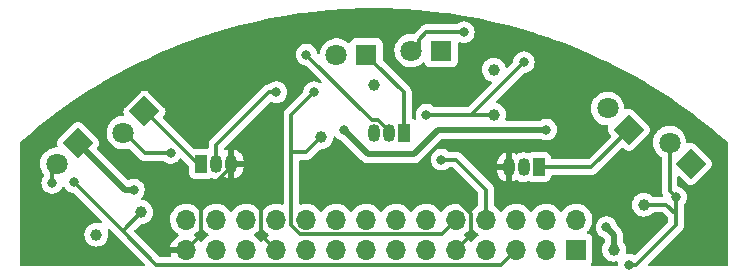
<source format=gbr>
%TF.GenerationSoftware,KiCad,Pcbnew,(6.0.5)*%
%TF.CreationDate,2024-03-24T23:16:05+02:00*%
%TF.ProjectId,SensingSubsystem,53656e73-696e-4675-9375-627379737465,rev?*%
%TF.SameCoordinates,Original*%
%TF.FileFunction,Copper,L2,Bot*%
%TF.FilePolarity,Positive*%
%FSLAX46Y46*%
G04 Gerber Fmt 4.6, Leading zero omitted, Abs format (unit mm)*
G04 Created by KiCad (PCBNEW (6.0.5)) date 2024-03-24 23:16:05*
%MOMM*%
%LPD*%
G01*
G04 APERTURE LIST*
G04 Aperture macros list*
%AMRotRect*
0 Rectangle, with rotation*
0 The origin of the aperture is its center*
0 $1 length*
0 $2 width*
0 $3 Rotation angle, in degrees counterclockwise*
0 Add horizontal line*
21,1,$1,$2,0,0,$3*%
G04 Aperture macros list end*
%TA.AperFunction,ComponentPad*%
%ADD10C,1.000000*%
%TD*%
%TA.AperFunction,ComponentPad*%
%ADD11R,1.800000X1.800000*%
%TD*%
%TA.AperFunction,ComponentPad*%
%ADD12C,1.800000*%
%TD*%
%TA.AperFunction,ComponentPad*%
%ADD13R,1.050000X1.500000*%
%TD*%
%TA.AperFunction,ComponentPad*%
%ADD14O,1.050000X1.500000*%
%TD*%
%TA.AperFunction,ComponentPad*%
%ADD15RotRect,1.800000X1.800000X135.000000*%
%TD*%
%TA.AperFunction,ComponentPad*%
%ADD16RotRect,1.800000X1.800000X225.000000*%
%TD*%
%TA.AperFunction,ComponentPad*%
%ADD17R,1.700000X1.700000*%
%TD*%
%TA.AperFunction,ComponentPad*%
%ADD18O,1.700000X1.700000*%
%TD*%
%TA.AperFunction,ViaPad*%
%ADD19C,0.800000*%
%TD*%
%TA.AperFunction,Conductor*%
%ADD20C,0.500000*%
%TD*%
%TA.AperFunction,Conductor*%
%ADD21C,0.300000*%
%TD*%
G04 APERTURE END LIST*
D10*
%TO.P,TP8,1,1*%
%TO.N,BATT*%
X122555000Y-133985000D03*
%TD*%
%TO.P,TP7,1,1*%
%TO.N,BATT*%
X166370000Y-135255000D03*
%TD*%
%TO.P,TP6,1,1*%
%TO.N,PE13*%
X156210000Y-123825000D03*
%TD*%
%TO.P,TP5,1,1*%
%TO.N,PE14*%
X141605000Y-125730000D03*
%TD*%
%TO.P,TP4,1,1*%
%TO.N,PA5*%
X168910000Y-131445000D03*
%TD*%
%TO.P,TP3,1,1*%
%TO.N,PA4*%
X156210000Y-120015000D03*
%TD*%
%TO.P,TP2,1,1*%
%TO.N,PA3*%
X126365000Y-132080000D03*
%TD*%
%TO.P,TP1,1,1*%
%TO.N,PE15*%
X146050000Y-121285000D03*
%TD*%
D11*
%TO.P,D2,1,K*%
%TO.N,Net-(D2-Pad1)*%
X145420000Y-118775000D03*
D12*
%TO.P,D2,2,A*%
%TO.N,Net-(D2-Pad2)*%
X142880000Y-118775000D03*
%TD*%
D13*
%TO.P,Q4,1,D*%
%TO.N,Net-(D1-Pad1)*%
X131445000Y-127995000D03*
D14*
%TO.P,Q4,2,G*%
%TO.N,Net-(Q4-Pad2)*%
X132715000Y-127995000D03*
%TO.P,Q4,3,S*%
%TO.N,GND*%
X133985000Y-127995000D03*
%TD*%
D13*
%TO.P,Q6,1,D*%
%TO.N,Net-(D3-Pad1)*%
X160020000Y-128270000D03*
D14*
%TO.P,Q6,2,G*%
%TO.N,Net-(Q6-Pad2)*%
X158750000Y-128270000D03*
%TO.P,Q6,3,S*%
%TO.N,GND*%
X157480000Y-128270000D03*
%TD*%
D15*
%TO.P,Q3,1,C*%
%TO.N,BATT*%
X172876307Y-127976460D03*
D12*
%TO.P,Q3,2,E*%
%TO.N,PA5*%
X171080256Y-126180409D03*
%TD*%
D15*
%TO.P,D3,1,K*%
%TO.N,Net-(D3-Pad1)*%
X167640000Y-125095000D03*
D12*
%TO.P,D3,2,A*%
%TO.N,Net-(D3-Pad2)*%
X165843949Y-123298949D03*
%TD*%
D13*
%TO.P,Q5,1,D*%
%TO.N,Net-(D2-Pad1)*%
X148590000Y-125370000D03*
D14*
%TO.P,Q5,2,G*%
%TO.N,Net-(Q5-Pad2)*%
X147320000Y-125370000D03*
%TO.P,Q5,3,S*%
%TO.N,GND*%
X146050000Y-125370000D03*
%TD*%
D11*
%TO.P,Q2,1,C*%
%TO.N,BATT*%
X151745000Y-118395000D03*
D12*
%TO.P,Q2,2,E*%
%TO.N,PA4*%
X149205000Y-118395000D03*
%TD*%
D16*
%TO.P,Q1,1,C*%
%TO.N,BATT*%
X120991460Y-126208693D03*
D12*
%TO.P,Q1,2,E*%
%TO.N,PA3*%
X119195409Y-128004744D03*
%TD*%
D16*
%TO.P,D1,1,K*%
%TO.N,Net-(D1-Pad1)*%
X126620864Y-123547742D03*
D12*
%TO.P,D1,2,A*%
%TO.N,Net-(D1-Pad2)*%
X124824813Y-125343793D03*
%TD*%
D17*
%TO.P,J1,1,Pin_1*%
%TO.N,/RESV3*%
X163185000Y-135260000D03*
D18*
%TO.P,J1,2,Pin_2*%
%TO.N,unconnected-(J1-Pad2)*%
X163185000Y-132720000D03*
%TO.P,J1,3,Pin_3*%
%TO.N,GND*%
X160645000Y-135260000D03*
%TO.P,J1,4,Pin_4*%
%TO.N,BATT*%
X160645000Y-132720000D03*
%TO.P,J1,5,Pin_5*%
%TO.N,PA3*%
X158105000Y-135260000D03*
%TO.P,J1,6,Pin_6*%
%TO.N,/RESV2*%
X158105000Y-132720000D03*
%TO.P,J1,7,Pin_7*%
%TO.N,PA4*%
X155565000Y-135260000D03*
%TO.P,J1,8,Pin_8*%
%TO.N,PE15*%
X155565000Y-132720000D03*
%TO.P,J1,9,Pin_9*%
%TO.N,GND*%
X153025000Y-135260000D03*
%TO.P,J1,10,Pin_10*%
%TO.N,PE14*%
X153025000Y-132720000D03*
%TO.P,J1,11,Pin_11*%
%TO.N,PA5*%
X150485000Y-135260000D03*
%TO.P,J1,12,Pin_12*%
%TO.N,PE13*%
X150485000Y-132720000D03*
%TO.P,J1,13,Pin_13*%
%TO.N,/PA6*%
X147945000Y-135260000D03*
%TO.P,J1,14,Pin_14*%
%TO.N,/PE12*%
X147945000Y-132720000D03*
%TO.P,J1,15,Pin_15*%
%TO.N,GND*%
X145405000Y-135260000D03*
%TO.P,J1,16,Pin_16*%
%TO.N,/PE11*%
X145405000Y-132720000D03*
%TO.P,J1,17,Pin_17*%
%TO.N,/PA7*%
X142865000Y-135260000D03*
%TO.P,J1,18,Pin_18*%
%TO.N,/PE10*%
X142865000Y-132720000D03*
%TO.P,J1,19,Pin_19*%
%TO.N,/PC4*%
X140325000Y-135260000D03*
%TO.P,J1,20,Pin_20*%
%TO.N,/PE9*%
X140325000Y-132720000D03*
%TO.P,J1,21,Pin_21*%
%TO.N,GND*%
X137785000Y-135260000D03*
%TO.P,J1,22,Pin_22*%
%TO.N,/PE8*%
X137785000Y-132720000D03*
%TO.P,J1,23,Pin_23*%
%TO.N,/PC5*%
X135245000Y-135260000D03*
%TO.P,J1,24,Pin_24*%
%TO.N,/RESV1*%
X135245000Y-132720000D03*
%TO.P,J1,25,Pin_25*%
%TO.N,/AB0*%
X132705000Y-135260000D03*
%TO.P,J1,26,Pin_26*%
%TO.N,BATT*%
X132705000Y-132720000D03*
%TO.P,J1,27,Pin_27*%
%TO.N,GND*%
X130165000Y-135260000D03*
%TO.P,J1,28,Pin_28*%
%TO.N,unconnected-(J1-Pad28)*%
X130165000Y-132720000D03*
%TD*%
D19*
%TO.N,BATT*%
X165735000Y-133350000D03*
%TO.N,Net-(D1-Pad2)*%
X128843481Y-127061519D03*
%TO.N,GND*%
X141605000Y-127635000D03*
X158750000Y-117475000D03*
X141605000Y-130264500D03*
X137795000Y-130264500D03*
X149760500Y-129540000D03*
X134620000Y-120650000D03*
%TO.N,Net-(Q4-Pad2)*%
X137795000Y-121920000D03*
%TO.N,Net-(Q5-Pad2)*%
X140335000Y-118745000D03*
%TO.N,BATT*%
X160655000Y-125095000D03*
X125730000Y-130175000D03*
X143510000Y-125095000D03*
%TO.N,PA3*%
X120650000Y-129540000D03*
X118808500Y-129603500D03*
%TO.N,PA4*%
X153670000Y-116840000D03*
%TO.N,PE15*%
X151765000Y-127635000D03*
%TO.N,PE14*%
X140970000Y-121920000D03*
%TO.N,PA5*%
X167640000Y-136525000D03*
X171640920Y-130810000D03*
%TO.N,PE13*%
X158750000Y-119380000D03*
X150495000Y-123825000D03*
%TD*%
D20*
%TO.N,BATT*%
X166370000Y-133985000D02*
X165735000Y-133350000D01*
X166370000Y-135255000D02*
X166370000Y-133985000D01*
D21*
%TO.N,PA3*%
X126365000Y-132080000D02*
X124777500Y-133667500D01*
X124777500Y-133667500D02*
X120650000Y-129540000D01*
X127635000Y-136525000D02*
X124777500Y-133667500D01*
%TO.N,PE13*%
X156210000Y-123825000D02*
X154305000Y-123825000D01*
%TO.N,PE14*%
X140335000Y-127000000D02*
X139065000Y-127000000D01*
X141605000Y-125730000D02*
X140335000Y-127000000D01*
X139065000Y-127635000D02*
X139065000Y-133156366D01*
X139065000Y-123825000D02*
X139065000Y-127635000D01*
%TO.N,PA5*%
X170815000Y-131445000D02*
X171640920Y-132270920D01*
X171640920Y-132270920D02*
X171640920Y-132524080D01*
X168910000Y-131445000D02*
X170815000Y-131445000D01*
X171640920Y-133159080D02*
X171640920Y-132524080D01*
X171640920Y-132524080D02*
X171640920Y-130810000D01*
%TO.N,Net-(D1-Pad1)*%
X131170000Y-127995000D02*
X126365000Y-123190000D01*
X131445000Y-127995000D02*
X131170000Y-127995000D01*
%TO.N,Net-(D1-Pad2)*%
X128843481Y-127061519D02*
X126644417Y-127061519D01*
X126644417Y-127061519D02*
X124568949Y-124986051D01*
%TO.N,GND*%
X141605000Y-127635000D02*
X141605000Y-130264500D01*
X137785000Y-135260000D02*
X136525000Y-134000000D01*
X154305000Y-133980000D02*
X153025000Y-135260000D01*
X154305000Y-132209495D02*
X154305000Y-133980000D01*
X151635505Y-129540000D02*
X154305000Y-132209495D01*
X131445000Y-130760000D02*
X131445000Y-133980000D01*
X133985000Y-127995000D02*
X133985000Y-128220000D01*
X131445000Y-133980000D02*
X130165000Y-135260000D01*
X133985000Y-128220000D02*
X131445000Y-130760000D01*
X136525000Y-134000000D02*
X136525000Y-131534500D01*
X136525000Y-131534500D02*
X137795000Y-130264500D01*
X149760500Y-129540000D02*
X151635505Y-129540000D01*
%TO.N,Net-(Q4-Pad2)*%
X132715000Y-126365000D02*
X132715000Y-127995000D01*
X137160000Y-121920000D02*
X132715000Y-126365000D01*
X137795000Y-121920000D02*
X137160000Y-121920000D01*
%TO.N,Net-(D2-Pad1)*%
X148590000Y-125370000D02*
X148590000Y-121945000D01*
X148590000Y-121945000D02*
X146055000Y-119410000D01*
X146055000Y-119410000D02*
X146055000Y-118775000D01*
%TO.N,Net-(Q5-Pad2)*%
X140335000Y-118745000D02*
X145860480Y-124270480D01*
X145860480Y-124270480D02*
X146412238Y-124270480D01*
X147320000Y-125178242D02*
X147320000Y-125370000D01*
X146412238Y-124270480D02*
X147320000Y-125178242D01*
%TO.N,Net-(D3-Pad1)*%
X164465000Y-128270000D02*
X167640000Y-125095000D01*
X160020000Y-128270000D02*
X164465000Y-128270000D01*
D20*
%TO.N,BATT*%
X145579520Y-127164520D02*
X143510000Y-125095000D01*
X124957767Y-130175000D02*
X125730000Y-130175000D01*
X160655000Y-125095000D02*
X154940000Y-125095000D01*
X120991460Y-126208693D02*
X124957767Y-130175000D01*
X149439502Y-127164520D02*
X145579520Y-127164520D01*
X154940000Y-125095000D02*
X151509022Y-125095000D01*
X151509022Y-125095000D02*
X149439502Y-127164520D01*
D21*
%TO.N,PA3*%
X118808500Y-129603500D02*
X118808500Y-128391653D01*
X118808500Y-128391653D02*
X119195409Y-128004744D01*
X128301857Y-136525000D02*
X127635000Y-136525000D01*
X156840000Y-136525000D02*
X158105000Y-135260000D01*
X128301857Y-136525000D02*
X156840000Y-136525000D01*
%TO.N,PA4*%
X149860000Y-117475000D02*
X149860000Y-118110000D01*
X150495000Y-116840000D02*
X149860000Y-117475000D01*
X153670000Y-116840000D02*
X150495000Y-116840000D01*
%TO.N,PE15*%
X155565000Y-130165000D02*
X153035000Y-127635000D01*
X155565000Y-132720000D02*
X155565000Y-130165000D01*
X153035000Y-127635000D02*
X151765000Y-127635000D01*
%TO.N,PE14*%
X139065000Y-133156366D02*
X139828145Y-133919511D01*
X140970000Y-121920000D02*
X139065000Y-123825000D01*
X139828145Y-133919511D02*
X151825489Y-133919511D01*
X151825489Y-133919511D02*
X153025000Y-132720000D01*
%TO.N,PA5*%
X171080256Y-130249336D02*
X171080256Y-126180409D01*
X168275000Y-136525000D02*
X171640920Y-133159080D01*
X167640000Y-136525000D02*
X168275000Y-136525000D01*
X171640920Y-130810000D02*
X171080256Y-130249336D01*
%TO.N,PE13*%
X154305000Y-123825000D02*
X150495000Y-123825000D01*
X158750000Y-119380000D02*
X154305000Y-123825000D01*
%TD*%
%TA.AperFunction,Conductor*%
%TO.N,GND*%
G36*
X146662787Y-114817109D02*
G01*
X147318394Y-114826320D01*
X147321876Y-114826418D01*
X148087586Y-114858708D01*
X148587470Y-114879788D01*
X148591004Y-114879987D01*
X149854571Y-114968888D01*
X149858099Y-114969186D01*
X150488392Y-115031368D01*
X151118719Y-115093554D01*
X151122170Y-115093943D01*
X152099899Y-115218224D01*
X152378769Y-115253672D01*
X152382274Y-115254167D01*
X153633905Y-115449137D01*
X153637395Y-115449731D01*
X154883037Y-115679782D01*
X154886509Y-115680474D01*
X156125183Y-115945425D01*
X156128634Y-115946214D01*
X157359392Y-116245862D01*
X157362820Y-116246748D01*
X157422354Y-116263027D01*
X158584662Y-116580850D01*
X158588022Y-116581819D01*
X159427130Y-116836808D01*
X159800049Y-116950131D01*
X159803421Y-116951208D01*
X161004557Y-117353401D01*
X161007891Y-117354569D01*
X161082353Y-117381852D01*
X162197307Y-117790366D01*
X162200613Y-117791631D01*
X163377259Y-118260647D01*
X163380488Y-118261986D01*
X164543632Y-118763932D01*
X164546766Y-118765337D01*
X165231060Y-119083732D01*
X165695235Y-119299708D01*
X165698424Y-119301246D01*
X166831452Y-119867681D01*
X166834595Y-119869308D01*
X167951234Y-120467334D01*
X167954331Y-120469049D01*
X169053746Y-121098218D01*
X169056794Y-121100020D01*
X170138067Y-121759806D01*
X170141063Y-121761692D01*
X171203399Y-122451610D01*
X171206340Y-122453579D01*
X171601926Y-122726586D01*
X172248912Y-123173093D01*
X172251755Y-123175115D01*
X173208238Y-123875686D01*
X173273682Y-123923620D01*
X173276502Y-123925747D01*
X174276984Y-124702655D01*
X174279693Y-124704819D01*
X174898854Y-125214134D01*
X175257995Y-125509560D01*
X175260697Y-125511847D01*
X176004153Y-126159266D01*
X176042389Y-126219086D01*
X176047406Y-126254586D01*
X176036569Y-130816423D01*
X176023007Y-136525500D01*
X176023006Y-136525799D01*
X176002842Y-136593872D01*
X175949076Y-136640238D01*
X175897006Y-136651500D01*
X169383950Y-136651500D01*
X169315829Y-136631498D01*
X169269336Y-136577842D01*
X169259232Y-136507568D01*
X169288726Y-136442988D01*
X169294855Y-136436405D01*
X172048525Y-133682735D01*
X172057305Y-133674745D01*
X172057307Y-133674743D01*
X172064000Y-133670496D01*
X172112525Y-133618822D01*
X172115279Y-133615981D01*
X172135847Y-133595413D01*
X172138567Y-133591906D01*
X172146273Y-133582884D01*
X172172464Y-133554993D01*
X172177892Y-133549213D01*
X172181714Y-133542261D01*
X172188223Y-133530422D01*
X172199077Y-133513898D01*
X172207365Y-133503212D01*
X172212224Y-133496948D01*
X172215372Y-133489674D01*
X172230574Y-133454545D01*
X172235796Y-133443885D01*
X172254225Y-133410364D01*
X172254226Y-133410362D01*
X172258044Y-133403417D01*
X172263379Y-133382639D01*
X172269778Y-133363949D01*
X172278300Y-133344256D01*
X172285526Y-133298632D01*
X172287933Y-133287009D01*
X172297448Y-133249948D01*
X172299420Y-133242268D01*
X172299420Y-133220821D01*
X172300971Y-133201111D01*
X172303086Y-133187757D01*
X172304326Y-133179928D01*
X172299979Y-133133939D01*
X172299420Y-133122084D01*
X172299420Y-132352976D01*
X172299979Y-132341120D01*
X172299979Y-132341117D01*
X172301708Y-132333383D01*
X172299482Y-132262551D01*
X172299420Y-132258593D01*
X172299420Y-131484759D01*
X172319422Y-131416638D01*
X172331784Y-131400449D01*
X172375541Y-131351852D01*
X172375542Y-131351851D01*
X172379960Y-131346944D01*
X172475447Y-131181556D01*
X172534462Y-130999928D01*
X172537734Y-130968803D01*
X172553734Y-130816565D01*
X172554424Y-130810000D01*
X172546114Y-130730938D01*
X172535152Y-130626635D01*
X172535152Y-130626633D01*
X172534462Y-130620072D01*
X172475447Y-130438444D01*
X172471894Y-130432289D01*
X172383261Y-130278774D01*
X172379960Y-130273056D01*
X172367915Y-130259678D01*
X172256595Y-130136045D01*
X172256594Y-130136044D01*
X172252173Y-130131134D01*
X172097672Y-130018882D01*
X172091644Y-130016198D01*
X172091642Y-130016197D01*
X171929239Y-129943891D01*
X171929238Y-129943891D01*
X171923208Y-129941206D01*
X171838559Y-129923213D01*
X171776085Y-129889484D01*
X171741764Y-129827335D01*
X171738756Y-129799966D01*
X171738756Y-129135019D01*
X171758758Y-129066898D01*
X171812414Y-129020405D01*
X171882688Y-129010301D01*
X171947268Y-129039795D01*
X171953851Y-129045924D01*
X172550779Y-129642852D01*
X172553441Y-129644992D01*
X172593369Y-129677096D01*
X172593372Y-129677098D01*
X172599525Y-129682045D01*
X172732121Y-129742332D01*
X172741004Y-129743604D01*
X172741007Y-129743605D01*
X172867418Y-129761708D01*
X172876307Y-129762981D01*
X172885196Y-129761708D01*
X173011607Y-129743605D01*
X173011610Y-129743604D01*
X173020493Y-129742332D01*
X173153089Y-129682045D01*
X173159242Y-129677098D01*
X173159245Y-129677096D01*
X173199173Y-129644992D01*
X173201835Y-129642852D01*
X174542699Y-128301988D01*
X174574410Y-128262548D01*
X174576943Y-128259398D01*
X174576945Y-128259395D01*
X174581892Y-128253242D01*
X174642179Y-128120646D01*
X174651134Y-128058120D01*
X174661555Y-127985349D01*
X174662828Y-127976460D01*
X174655214Y-127923295D01*
X174643452Y-127841160D01*
X174643451Y-127841157D01*
X174642179Y-127832274D01*
X174628029Y-127801151D01*
X174604681Y-127749801D01*
X174581892Y-127699678D01*
X174576945Y-127693525D01*
X174576943Y-127693522D01*
X174550423Y-127660539D01*
X174542699Y-127650932D01*
X173201835Y-126310068D01*
X173185099Y-126296612D01*
X173159245Y-126275824D01*
X173159242Y-126275822D01*
X173153089Y-126270875D01*
X173065717Y-126231150D01*
X173028662Y-126214302D01*
X173028661Y-126214302D01*
X173020493Y-126210588D01*
X173011610Y-126209316D01*
X173011607Y-126209315D01*
X172885196Y-126191212D01*
X172876307Y-126189939D01*
X172867418Y-126191212D01*
X172741007Y-126209315D01*
X172741004Y-126209316D01*
X172732121Y-126210588D01*
X172723953Y-126214302D01*
X172723952Y-126214302D01*
X172667621Y-126239914D01*
X172597330Y-126249900D01*
X172532799Y-126220299D01*
X172494515Y-126160509D01*
X172489894Y-126135537D01*
X172475029Y-125954727D01*
X172475028Y-125954721D01*
X172474605Y-125949576D01*
X172430470Y-125773866D01*
X172419440Y-125729953D01*
X172419439Y-125729949D01*
X172418181Y-125724942D01*
X172411565Y-125709726D01*
X172327886Y-125517277D01*
X172327884Y-125517274D01*
X172325826Y-125512540D01*
X172200020Y-125318074D01*
X172192583Y-125309900D01*
X172135671Y-125247355D01*
X172044143Y-125146767D01*
X172040092Y-125143568D01*
X172040088Y-125143564D01*
X171866433Y-125006420D01*
X171866428Y-125006417D01*
X171862379Y-125003219D01*
X171857863Y-125000726D01*
X171857860Y-125000724D01*
X171664135Y-124893782D01*
X171664131Y-124893780D01*
X171659611Y-124891285D01*
X171654742Y-124889561D01*
X171654738Y-124889559D01*
X171446159Y-124815697D01*
X171446155Y-124815696D01*
X171441284Y-124813971D01*
X171436191Y-124813064D01*
X171436188Y-124813063D01*
X171218351Y-124774260D01*
X171218345Y-124774259D01*
X171213262Y-124773354D01*
X171140352Y-124772463D01*
X170986837Y-124770588D01*
X170986835Y-124770588D01*
X170981667Y-124770525D01*
X170752720Y-124805559D01*
X170532570Y-124877515D01*
X170527982Y-124879903D01*
X170527978Y-124879905D01*
X170331717Y-124982072D01*
X170327128Y-124984461D01*
X170322995Y-124987564D01*
X170322992Y-124987566D01*
X170186065Y-125090374D01*
X170141911Y-125123526D01*
X169981895Y-125290973D01*
X169978981Y-125295245D01*
X169978980Y-125295246D01*
X169950732Y-125336656D01*
X169851375Y-125482308D01*
X169753858Y-125692390D01*
X169691963Y-125915578D01*
X169667351Y-126145878D01*
X169667648Y-126151031D01*
X169667648Y-126151034D01*
X169678464Y-126338621D01*
X169680683Y-126377106D01*
X169681820Y-126382152D01*
X169681821Y-126382158D01*
X169699183Y-126459197D01*
X169731602Y-126603051D01*
X169733544Y-126607833D01*
X169733545Y-126607837D01*
X169814176Y-126806407D01*
X169818740Y-126817646D01*
X169837196Y-126847763D01*
X169934249Y-127006139D01*
X169939757Y-127015128D01*
X170091403Y-127190193D01*
X170269605Y-127338139D01*
X170359326Y-127390567D01*
X170408050Y-127442205D01*
X170421756Y-127499355D01*
X170421756Y-130167280D01*
X170421197Y-130179136D01*
X170419468Y-130186873D01*
X170419717Y-130194795D01*
X170421694Y-130257705D01*
X170421756Y-130261663D01*
X170421756Y-130290768D01*
X170422312Y-130295168D01*
X170423244Y-130307000D01*
X170424694Y-130353167D01*
X170426906Y-130360780D01*
X170426906Y-130360781D01*
X170430675Y-130373752D01*
X170434686Y-130393118D01*
X170437374Y-130414400D01*
X170440290Y-130421765D01*
X170440291Y-130421769D01*
X170454382Y-130457357D01*
X170458221Y-130468567D01*
X170471111Y-130512936D01*
X170482031Y-130531401D01*
X170490722Y-130549141D01*
X170498621Y-130569092D01*
X170503281Y-130575505D01*
X170503282Y-130575508D01*
X170511225Y-130586440D01*
X170535083Y-130653308D01*
X170519001Y-130722460D01*
X170468087Y-130771939D01*
X170409288Y-130786500D01*
X169734209Y-130786500D01*
X169666088Y-130766498D01*
X169636567Y-130740136D01*
X169632960Y-130735713D01*
X169632956Y-130735709D01*
X169629065Y-130730938D01*
X169548043Y-130663911D01*
X169481425Y-130608799D01*
X169481421Y-130608797D01*
X169476675Y-130604870D01*
X169302701Y-130510802D01*
X169113768Y-130452318D01*
X169107643Y-130451674D01*
X169107642Y-130451674D01*
X168923204Y-130432289D01*
X168923202Y-130432289D01*
X168917075Y-130431645D01*
X168834576Y-130439153D01*
X168726251Y-130449011D01*
X168726248Y-130449012D01*
X168720112Y-130449570D01*
X168714206Y-130451308D01*
X168714202Y-130451309D01*
X168609076Y-130482249D01*
X168530381Y-130505410D01*
X168524923Y-130508263D01*
X168524919Y-130508265D01*
X168463698Y-130540271D01*
X168355110Y-130597040D01*
X168200975Y-130720968D01*
X168197011Y-130725692D01*
X168184891Y-130740136D01*
X168073846Y-130872474D01*
X168070879Y-130877872D01*
X168070875Y-130877877D01*
X168039229Y-130935442D01*
X167978567Y-131045787D01*
X167976706Y-131051654D01*
X167976705Y-131051656D01*
X167920627Y-131228436D01*
X167918765Y-131234306D01*
X167896719Y-131430851D01*
X167897235Y-131436995D01*
X167908371Y-131569612D01*
X167913268Y-131627934D01*
X167928423Y-131680787D01*
X167941638Y-131726870D01*
X167967783Y-131818050D01*
X168058187Y-131993956D01*
X168181035Y-132148953D01*
X168185728Y-132152947D01*
X168185729Y-132152948D01*
X168314513Y-132262551D01*
X168331650Y-132277136D01*
X168504294Y-132373624D01*
X168692392Y-132434740D01*
X168888777Y-132458158D01*
X168894912Y-132457686D01*
X168894914Y-132457686D01*
X169079830Y-132443457D01*
X169079834Y-132443456D01*
X169085972Y-132442984D01*
X169276463Y-132389798D01*
X169281967Y-132387018D01*
X169281969Y-132387017D01*
X169447495Y-132303404D01*
X169447497Y-132303403D01*
X169452996Y-132300625D01*
X169608847Y-132178861D01*
X169636203Y-132147169D01*
X169695856Y-132108672D01*
X169731584Y-132103500D01*
X170490049Y-132103500D01*
X170558170Y-132123502D01*
X170579144Y-132140404D01*
X170945515Y-132506774D01*
X170979540Y-132569087D01*
X170982420Y-132595870D01*
X170982420Y-132834130D01*
X170962418Y-132902251D01*
X170945515Y-132923225D01*
X168184353Y-135684387D01*
X168122041Y-135718413D01*
X168051226Y-135713348D01*
X168044010Y-135710399D01*
X167928323Y-135658892D01*
X167928315Y-135658889D01*
X167922288Y-135656206D01*
X167815630Y-135633535D01*
X167741944Y-135617872D01*
X167741939Y-135617872D01*
X167735487Y-135616500D01*
X167544513Y-135616500D01*
X167538053Y-135617873D01*
X167538054Y-135617873D01*
X167508107Y-135624238D01*
X167437317Y-135618836D01*
X167380684Y-135576019D01*
X167356191Y-135509381D01*
X167358534Y-135479556D01*
X167358197Y-135479513D01*
X167369758Y-135388000D01*
X167382985Y-135283295D01*
X167383380Y-135255000D01*
X167364080Y-135058167D01*
X167306916Y-134868831D01*
X167214066Y-134694204D01*
X167156857Y-134624059D01*
X167129303Y-134558627D01*
X167128500Y-134544423D01*
X167128500Y-134052070D01*
X167129933Y-134033120D01*
X167132099Y-134018885D01*
X167132099Y-134018881D01*
X167133199Y-134011651D01*
X167132525Y-134003357D01*
X167128915Y-133958982D01*
X167128500Y-133948767D01*
X167128500Y-133940707D01*
X167127417Y-133931412D01*
X167125211Y-133912497D01*
X167124778Y-133908121D01*
X167124240Y-133901500D01*
X167122984Y-133886059D01*
X167119454Y-133842662D01*
X167119453Y-133842659D01*
X167118860Y-133835364D01*
X167116604Y-133828400D01*
X167115417Y-133822461D01*
X167114030Y-133816590D01*
X167113182Y-133809319D01*
X167110686Y-133802443D01*
X167110684Y-133802434D01*
X167088275Y-133740702D01*
X167086865Y-133736598D01*
X167064352Y-133667101D01*
X167060556Y-133660846D01*
X167058057Y-133655387D01*
X167055329Y-133649939D01*
X167052833Y-133643063D01*
X167012805Y-133582010D01*
X167010481Y-133578327D01*
X166975500Y-133520680D01*
X166975499Y-133520679D01*
X166972595Y-133515893D01*
X166965198Y-133507517D01*
X166965225Y-133507493D01*
X166962570Y-133504499D01*
X166959868Y-133501268D01*
X166955856Y-133495148D01*
X166899617Y-133441872D01*
X166897175Y-133439494D01*
X166655125Y-133197444D01*
X166624387Y-133147285D01*
X166623603Y-133144870D01*
X166569527Y-132978444D01*
X166565974Y-132972289D01*
X166477341Y-132818774D01*
X166474040Y-132813056D01*
X166453198Y-132789908D01*
X166350675Y-132676045D01*
X166350674Y-132676044D01*
X166346253Y-132671134D01*
X166191752Y-132558882D01*
X166185724Y-132556198D01*
X166185722Y-132556197D01*
X166023319Y-132483891D01*
X166023318Y-132483891D01*
X166017288Y-132481206D01*
X165915584Y-132459588D01*
X165836944Y-132442872D01*
X165836939Y-132442872D01*
X165830487Y-132441500D01*
X165639513Y-132441500D01*
X165633061Y-132442872D01*
X165633056Y-132442872D01*
X165554416Y-132459588D01*
X165452712Y-132481206D01*
X165446682Y-132483891D01*
X165446681Y-132483891D01*
X165284278Y-132556197D01*
X165284276Y-132556198D01*
X165278248Y-132558882D01*
X165123747Y-132671134D01*
X165119326Y-132676044D01*
X165119325Y-132676045D01*
X165016803Y-132789908D01*
X164995960Y-132813056D01*
X164992659Y-132818774D01*
X164904027Y-132972289D01*
X164900473Y-132978444D01*
X164841458Y-133160072D01*
X164840768Y-133166633D01*
X164840768Y-133166635D01*
X164827512Y-133292760D01*
X164821496Y-133350000D01*
X164822186Y-133356565D01*
X164838491Y-133511695D01*
X164841458Y-133539928D01*
X164900473Y-133721556D01*
X164995960Y-133886944D01*
X165000378Y-133891851D01*
X165000379Y-133891852D01*
X165109727Y-134013295D01*
X165123747Y-134028866D01*
X165206674Y-134089116D01*
X165252078Y-134122104D01*
X165278248Y-134141118D01*
X165284276Y-134143802D01*
X165284278Y-134143803D01*
X165431866Y-134209513D01*
X165452712Y-134218794D01*
X165459167Y-134220166D01*
X165459176Y-134220169D01*
X165511698Y-134231333D01*
X165574171Y-134265061D01*
X165608492Y-134327211D01*
X165611500Y-134354579D01*
X165611500Y-134544071D01*
X165591498Y-134612192D01*
X165582030Y-134625051D01*
X165533846Y-134682474D01*
X165530879Y-134687872D01*
X165530875Y-134687877D01*
X165459815Y-134817136D01*
X165438567Y-134855787D01*
X165436706Y-134861654D01*
X165436705Y-134861656D01*
X165394665Y-134994183D01*
X165378765Y-135044306D01*
X165356719Y-135240851D01*
X165373268Y-135437934D01*
X165374967Y-135443858D01*
X165425141Y-135618836D01*
X165427783Y-135628050D01*
X165430602Y-135633535D01*
X165490415Y-135749917D01*
X165518187Y-135803956D01*
X165641035Y-135958953D01*
X165645728Y-135962947D01*
X165645729Y-135962948D01*
X165769987Y-136068699D01*
X165791650Y-136087136D01*
X165964294Y-136183624D01*
X166152392Y-136244740D01*
X166348777Y-136268158D01*
X166354912Y-136267686D01*
X166354914Y-136267686D01*
X166539830Y-136253457D01*
X166539834Y-136253456D01*
X166545972Y-136252984D01*
X166582837Y-136242691D01*
X166653825Y-136243638D01*
X166713034Y-136282814D01*
X166741663Y-136347782D01*
X166742028Y-136377220D01*
X166732450Y-136468351D01*
X166726496Y-136525000D01*
X166726717Y-136527099D01*
X166707184Y-136593621D01*
X166653528Y-136640114D01*
X166601186Y-136651500D01*
X164516569Y-136651500D01*
X164448448Y-136631498D01*
X164401955Y-136577842D01*
X164391851Y-136507568D01*
X164415743Y-136449935D01*
X164440642Y-136416712D01*
X164485615Y-136356705D01*
X164536745Y-136220316D01*
X164543500Y-136158134D01*
X164543500Y-134361866D01*
X164536745Y-134299684D01*
X164485615Y-134163295D01*
X164398261Y-134046739D01*
X164281705Y-133959385D01*
X164253382Y-133948767D01*
X164163203Y-133914960D01*
X164106439Y-133872318D01*
X164081739Y-133805756D01*
X164096947Y-133736408D01*
X164118493Y-133707727D01*
X164136251Y-133690031D01*
X164223096Y-133603489D01*
X164226882Y-133598221D01*
X164350435Y-133426277D01*
X164353453Y-133422077D01*
X164360536Y-133407747D01*
X164450136Y-133226453D01*
X164450137Y-133226451D01*
X164452430Y-133221811D01*
X164504387Y-133050802D01*
X164515865Y-133013023D01*
X164515865Y-133013021D01*
X164517370Y-133008069D01*
X164546529Y-132786590D01*
X164548156Y-132720000D01*
X164529852Y-132497361D01*
X164475431Y-132280702D01*
X164386354Y-132075840D01*
X164265014Y-131888277D01*
X164114670Y-131723051D01*
X164110619Y-131719852D01*
X164110615Y-131719848D01*
X163943414Y-131587800D01*
X163943410Y-131587798D01*
X163939359Y-131584598D01*
X163743789Y-131476638D01*
X163738920Y-131474914D01*
X163738916Y-131474912D01*
X163538087Y-131403795D01*
X163538083Y-131403794D01*
X163533212Y-131402069D01*
X163528119Y-131401162D01*
X163528116Y-131401161D01*
X163318373Y-131363800D01*
X163318367Y-131363799D01*
X163313284Y-131362894D01*
X163239452Y-131361992D01*
X163095081Y-131360228D01*
X163095079Y-131360228D01*
X163089911Y-131360165D01*
X162869091Y-131393955D01*
X162656756Y-131463357D01*
X162626443Y-131479137D01*
X162468487Y-131561364D01*
X162458607Y-131566507D01*
X162454474Y-131569610D01*
X162454471Y-131569612D01*
X162306400Y-131680787D01*
X162279965Y-131700635D01*
X162276393Y-131704373D01*
X162167761Y-131818050D01*
X162125629Y-131862138D01*
X162018201Y-132019621D01*
X161963293Y-132064621D01*
X161892768Y-132072792D01*
X161829021Y-132041538D01*
X161808324Y-132017054D01*
X161727822Y-131892617D01*
X161727820Y-131892614D01*
X161725014Y-131888277D01*
X161574670Y-131723051D01*
X161570619Y-131719852D01*
X161570615Y-131719848D01*
X161403414Y-131587800D01*
X161403410Y-131587798D01*
X161399359Y-131584598D01*
X161203789Y-131476638D01*
X161198920Y-131474914D01*
X161198916Y-131474912D01*
X160998087Y-131403795D01*
X160998083Y-131403794D01*
X160993212Y-131402069D01*
X160988119Y-131401162D01*
X160988116Y-131401161D01*
X160778373Y-131363800D01*
X160778367Y-131363799D01*
X160773284Y-131362894D01*
X160699452Y-131361992D01*
X160555081Y-131360228D01*
X160555079Y-131360228D01*
X160549911Y-131360165D01*
X160329091Y-131393955D01*
X160116756Y-131463357D01*
X160086443Y-131479137D01*
X159928487Y-131561364D01*
X159918607Y-131566507D01*
X159914474Y-131569610D01*
X159914471Y-131569612D01*
X159766400Y-131680787D01*
X159739965Y-131700635D01*
X159736393Y-131704373D01*
X159627761Y-131818050D01*
X159585629Y-131862138D01*
X159478201Y-132019621D01*
X159423293Y-132064621D01*
X159352768Y-132072792D01*
X159289021Y-132041538D01*
X159268324Y-132017054D01*
X159187822Y-131892617D01*
X159187820Y-131892614D01*
X159185014Y-131888277D01*
X159034670Y-131723051D01*
X159030619Y-131719852D01*
X159030615Y-131719848D01*
X158863414Y-131587800D01*
X158863410Y-131587798D01*
X158859359Y-131584598D01*
X158663789Y-131476638D01*
X158658920Y-131474914D01*
X158658916Y-131474912D01*
X158458087Y-131403795D01*
X158458083Y-131403794D01*
X158453212Y-131402069D01*
X158448119Y-131401162D01*
X158448116Y-131401161D01*
X158238373Y-131363800D01*
X158238367Y-131363799D01*
X158233284Y-131362894D01*
X158159452Y-131361992D01*
X158015081Y-131360228D01*
X158015079Y-131360228D01*
X158009911Y-131360165D01*
X157789091Y-131393955D01*
X157576756Y-131463357D01*
X157546443Y-131479137D01*
X157388487Y-131561364D01*
X157378607Y-131566507D01*
X157374474Y-131569610D01*
X157374471Y-131569612D01*
X157226400Y-131680787D01*
X157199965Y-131700635D01*
X157196393Y-131704373D01*
X157087761Y-131818050D01*
X157045629Y-131862138D01*
X156938201Y-132019621D01*
X156883293Y-132064621D01*
X156812768Y-132072792D01*
X156749021Y-132041538D01*
X156728324Y-132017054D01*
X156647822Y-131892617D01*
X156647820Y-131892614D01*
X156645014Y-131888277D01*
X156494670Y-131723051D01*
X156490619Y-131719852D01*
X156490615Y-131719848D01*
X156323412Y-131587799D01*
X156319359Y-131584598D01*
X156314841Y-131582104D01*
X156314835Y-131582100D01*
X156288605Y-131567620D01*
X156238635Y-131517187D01*
X156223500Y-131457312D01*
X156223500Y-130247056D01*
X156224059Y-130235200D01*
X156224059Y-130235197D01*
X156225788Y-130227463D01*
X156223562Y-130156631D01*
X156223500Y-130152673D01*
X156223500Y-130123568D01*
X156222944Y-130119168D01*
X156222012Y-130107330D01*
X156220811Y-130069094D01*
X156220562Y-130061169D01*
X156214580Y-130040579D01*
X156210570Y-130021216D01*
X156208875Y-130007796D01*
X156208875Y-130007795D01*
X156207882Y-129999936D01*
X156204966Y-129992571D01*
X156204965Y-129992567D01*
X156190874Y-129956979D01*
X156187035Y-129945769D01*
X156174145Y-129901400D01*
X156163229Y-129882943D01*
X156154534Y-129865193D01*
X156146635Y-129845244D01*
X156141976Y-129838831D01*
X156119477Y-129807864D01*
X156112960Y-129797943D01*
X156110290Y-129793428D01*
X156089452Y-129758193D01*
X156074291Y-129743032D01*
X156061449Y-129727997D01*
X156048841Y-129710643D01*
X156013241Y-129681192D01*
X156004462Y-129673203D01*
X154874150Y-128542890D01*
X156447000Y-128542890D01*
X156447300Y-128549035D01*
X156461170Y-128690481D01*
X156463553Y-128702519D01*
X156518542Y-128884651D01*
X156523217Y-128895993D01*
X156612535Y-129063977D01*
X156619322Y-129074193D01*
X156739572Y-129221634D01*
X156748216Y-129230338D01*
X156894809Y-129351610D01*
X156904980Y-129358470D01*
X157072342Y-129448962D01*
X157083647Y-129453714D01*
X157208692Y-129492422D01*
X157222795Y-129492628D01*
X157226000Y-129485873D01*
X157226000Y-128546004D01*
X157716500Y-128546004D01*
X157731277Y-128696713D01*
X157731968Y-128699002D01*
X157734000Y-128719724D01*
X157734000Y-129478986D01*
X157737973Y-129492517D01*
X157745768Y-129493637D01*
X157862932Y-129459154D01*
X157874300Y-129454561D01*
X158042907Y-129366416D01*
X158045983Y-129364403D01*
X158047822Y-129363846D01*
X158048370Y-129363560D01*
X158048424Y-129363664D01*
X158113936Y-129343839D01*
X158174906Y-129358999D01*
X158347565Y-129452356D01*
X158444372Y-129482323D01*
X158535293Y-129510468D01*
X158535296Y-129510469D01*
X158541180Y-129512290D01*
X158547305Y-129512934D01*
X158547306Y-129512934D01*
X158736622Y-129532832D01*
X158736623Y-129532832D01*
X158742750Y-129533476D01*
X158826014Y-129525898D01*
X158938457Y-129515665D01*
X158938460Y-129515664D01*
X158944596Y-129515106D01*
X158950502Y-129513368D01*
X158950506Y-129513367D01*
X159133121Y-129459620D01*
X159133123Y-129459619D01*
X159136111Y-129458740D01*
X159139029Y-129457881D01*
X159139282Y-129458740D01*
X159204662Y-129452286D01*
X159241406Y-129465452D01*
X159248295Y-129470615D01*
X159256696Y-129473764D01*
X159256699Y-129473766D01*
X159329467Y-129501045D01*
X159384684Y-129521745D01*
X159446866Y-129528500D01*
X160593134Y-129528500D01*
X160655316Y-129521745D01*
X160791705Y-129470615D01*
X160908261Y-129383261D01*
X160995615Y-129266705D01*
X161046745Y-129130316D01*
X161053500Y-129068134D01*
X161053500Y-129054500D01*
X161073502Y-128986379D01*
X161127158Y-128939886D01*
X161179500Y-128928500D01*
X164382944Y-128928500D01*
X164394800Y-128929059D01*
X164394803Y-128929059D01*
X164402537Y-128930788D01*
X164473369Y-128928562D01*
X164477327Y-128928500D01*
X164506432Y-128928500D01*
X164510832Y-128927944D01*
X164522664Y-128927012D01*
X164568831Y-128925562D01*
X164589421Y-128919580D01*
X164608782Y-128915570D01*
X164615770Y-128914688D01*
X164622204Y-128913875D01*
X164622205Y-128913875D01*
X164630064Y-128912882D01*
X164637429Y-128909966D01*
X164637433Y-128909965D01*
X164673021Y-128895874D01*
X164684231Y-128892035D01*
X164728600Y-128879145D01*
X164747065Y-128868225D01*
X164764805Y-128859534D01*
X164784756Y-128851635D01*
X164822129Y-128824482D01*
X164832048Y-128817967D01*
X164864977Y-128798493D01*
X164864981Y-128798490D01*
X164871807Y-128794453D01*
X164886971Y-128779289D01*
X164902005Y-128766448D01*
X164912943Y-128758501D01*
X164919357Y-128753841D01*
X164948803Y-128718247D01*
X164956792Y-128709468D01*
X167020575Y-126645685D01*
X167082887Y-126611659D01*
X167153702Y-126616724D01*
X167198765Y-126645685D01*
X167314472Y-126761392D01*
X167323799Y-126768891D01*
X167357062Y-126795636D01*
X167357065Y-126795638D01*
X167363218Y-126800585D01*
X167386754Y-126811286D01*
X167453060Y-126841433D01*
X167495814Y-126860872D01*
X167504697Y-126862144D01*
X167504700Y-126862145D01*
X167631111Y-126880248D01*
X167640000Y-126881521D01*
X167648889Y-126880248D01*
X167775300Y-126862145D01*
X167775303Y-126862144D01*
X167784186Y-126860872D01*
X167826941Y-126841433D01*
X167893246Y-126811286D01*
X167916782Y-126800585D01*
X167922935Y-126795638D01*
X167922938Y-126795636D01*
X167956201Y-126768891D01*
X167965528Y-126761392D01*
X169306392Y-125420528D01*
X169325173Y-125397169D01*
X169340636Y-125377938D01*
X169340638Y-125377935D01*
X169345585Y-125371782D01*
X169405872Y-125239186D01*
X169407886Y-125225129D01*
X169425248Y-125103889D01*
X169426521Y-125095000D01*
X169415569Y-125018527D01*
X169407145Y-124959700D01*
X169407144Y-124959697D01*
X169405872Y-124950814D01*
X169402157Y-124942642D01*
X169365714Y-124862490D01*
X169345585Y-124818218D01*
X169340638Y-124812065D01*
X169340636Y-124812062D01*
X169318434Y-124784449D01*
X169306392Y-124769472D01*
X167965528Y-123428608D01*
X167931435Y-123401196D01*
X167922938Y-123394364D01*
X167922935Y-123394362D01*
X167916782Y-123389415D01*
X167848686Y-123358454D01*
X167792355Y-123332842D01*
X167792354Y-123332842D01*
X167784186Y-123329128D01*
X167775303Y-123327856D01*
X167775300Y-123327855D01*
X167648889Y-123309752D01*
X167640000Y-123308479D01*
X167631111Y-123309752D01*
X167504700Y-123327855D01*
X167504697Y-123327856D01*
X167495814Y-123329128D01*
X167487646Y-123332842D01*
X167487645Y-123332842D01*
X167431314Y-123358454D01*
X167361023Y-123368440D01*
X167296492Y-123338839D01*
X167258208Y-123279049D01*
X167253587Y-123254077D01*
X167238722Y-123073267D01*
X167238721Y-123073261D01*
X167238298Y-123068116D01*
X167209844Y-122954834D01*
X167183133Y-122848493D01*
X167183132Y-122848489D01*
X167181874Y-122843482D01*
X167177020Y-122832318D01*
X167091579Y-122635817D01*
X167091577Y-122635814D01*
X167089519Y-122631080D01*
X166963713Y-122436614D01*
X166807836Y-122265307D01*
X166803785Y-122262108D01*
X166803781Y-122262104D01*
X166630126Y-122124960D01*
X166630121Y-122124957D01*
X166626072Y-122121759D01*
X166621556Y-122119266D01*
X166621553Y-122119264D01*
X166427828Y-122012322D01*
X166427824Y-122012320D01*
X166423304Y-122009825D01*
X166418435Y-122008101D01*
X166418431Y-122008099D01*
X166209852Y-121934237D01*
X166209848Y-121934236D01*
X166204977Y-121932511D01*
X166199884Y-121931604D01*
X166199881Y-121931603D01*
X165982044Y-121892800D01*
X165982038Y-121892799D01*
X165976955Y-121891894D01*
X165904045Y-121891003D01*
X165750530Y-121889128D01*
X165750528Y-121889128D01*
X165745360Y-121889065D01*
X165516413Y-121924099D01*
X165296263Y-121996055D01*
X165291675Y-121998443D01*
X165291671Y-121998445D01*
X165236710Y-122027056D01*
X165090821Y-122103001D01*
X165086688Y-122106104D01*
X165086685Y-122106106D01*
X164909739Y-122238961D01*
X164905604Y-122242066D01*
X164745588Y-122409513D01*
X164742674Y-122413785D01*
X164742673Y-122413786D01*
X164727101Y-122436614D01*
X164615068Y-122600848D01*
X164517551Y-122810930D01*
X164455656Y-123034118D01*
X164431044Y-123264418D01*
X164431341Y-123269571D01*
X164431341Y-123269574D01*
X164438930Y-123401196D01*
X164444376Y-123495646D01*
X164445513Y-123500692D01*
X164445514Y-123500698D01*
X164470467Y-123611421D01*
X164495295Y-123721591D01*
X164497237Y-123726373D01*
X164497238Y-123726377D01*
X164580489Y-123931399D01*
X164582433Y-123936186D01*
X164703450Y-124133668D01*
X164855096Y-124308733D01*
X165033298Y-124456679D01*
X165233271Y-124573533D01*
X165449643Y-124656158D01*
X165454709Y-124657189D01*
X165454710Y-124657189D01*
X165507795Y-124667989D01*
X165676605Y-124702334D01*
X165794101Y-124706642D01*
X165861442Y-124729126D01*
X165905938Y-124784449D01*
X165913460Y-124855046D01*
X165904184Y-124884707D01*
X165877843Y-124942642D01*
X165877842Y-124942645D01*
X165874128Y-124950814D01*
X165872856Y-124959697D01*
X165872855Y-124959700D01*
X165864431Y-125018527D01*
X165853479Y-125095000D01*
X165854752Y-125103889D01*
X165872115Y-125225129D01*
X165874128Y-125239186D01*
X165934415Y-125371782D01*
X165939362Y-125377935D01*
X165939364Y-125377938D01*
X165954827Y-125397169D01*
X165973608Y-125420528D01*
X166089315Y-125536235D01*
X166123341Y-125598547D01*
X166118276Y-125669362D01*
X166089315Y-125714425D01*
X164229145Y-127574595D01*
X164166833Y-127608621D01*
X164140050Y-127611500D01*
X161179500Y-127611500D01*
X161111379Y-127591498D01*
X161064886Y-127537842D01*
X161053500Y-127485500D01*
X161053500Y-127471866D01*
X161046745Y-127409684D01*
X160995615Y-127273295D01*
X160908261Y-127156739D01*
X160791705Y-127069385D01*
X160655316Y-127018255D01*
X160593134Y-127011500D01*
X159446866Y-127011500D01*
X159384684Y-127018255D01*
X159366975Y-127024894D01*
X159256704Y-127066232D01*
X159256701Y-127066234D01*
X159248295Y-127069385D01*
X159241106Y-127074773D01*
X159240863Y-127074906D01*
X159171506Y-127090076D01*
X159143092Y-127084752D01*
X159134587Y-127082119D01*
X158958820Y-127027710D01*
X158952695Y-127027066D01*
X158952694Y-127027066D01*
X158763378Y-127007168D01*
X158763377Y-127007168D01*
X158757250Y-127006524D01*
X158673986Y-127014102D01*
X158561543Y-127024335D01*
X158561540Y-127024336D01*
X158555404Y-127024894D01*
X158549498Y-127026632D01*
X158549494Y-127026633D01*
X158432679Y-127061014D01*
X158360971Y-127082119D01*
X158355514Y-127084972D01*
X158355511Y-127084973D01*
X158186819Y-127173162D01*
X158186815Y-127173165D01*
X158181355Y-127176019D01*
X158181103Y-127176221D01*
X158115088Y-127196201D01*
X158054115Y-127181041D01*
X157887658Y-127091038D01*
X157876353Y-127086286D01*
X157751308Y-127047578D01*
X157737205Y-127047372D01*
X157734000Y-127054127D01*
X157734000Y-127823758D01*
X157733215Y-127837803D01*
X157716500Y-127986817D01*
X157716500Y-128546004D01*
X157226000Y-128546004D01*
X157226000Y-128542115D01*
X157221525Y-128526876D01*
X157220135Y-128525671D01*
X157212452Y-128524000D01*
X156465115Y-128524000D01*
X156449876Y-128528475D01*
X156448671Y-128529865D01*
X156447000Y-128537548D01*
X156447000Y-128542890D01*
X154874150Y-128542890D01*
X154329145Y-127997885D01*
X156447000Y-127997885D01*
X156451475Y-128013124D01*
X156452865Y-128014329D01*
X156460548Y-128016000D01*
X157207885Y-128016000D01*
X157223124Y-128011525D01*
X157224329Y-128010135D01*
X157226000Y-128002452D01*
X157226000Y-127061014D01*
X157222027Y-127047483D01*
X157214232Y-127046363D01*
X157097068Y-127080846D01*
X157085700Y-127085439D01*
X156917089Y-127173586D01*
X156906827Y-127180302D01*
X156758557Y-127299515D01*
X156749787Y-127308103D01*
X156627501Y-127453838D01*
X156620563Y-127463969D01*
X156528906Y-127630692D01*
X156524076Y-127641962D01*
X156466548Y-127823315D01*
X156463998Y-127835309D01*
X156447393Y-127983350D01*
X156447000Y-127990374D01*
X156447000Y-127997885D01*
X154329145Y-127997885D01*
X153558655Y-127227395D01*
X153550665Y-127218615D01*
X153550663Y-127218613D01*
X153546416Y-127211920D01*
X153519119Y-127186286D01*
X153494743Y-127163396D01*
X153491901Y-127160641D01*
X153471333Y-127140073D01*
X153467826Y-127137353D01*
X153458804Y-127129647D01*
X153439555Y-127111571D01*
X153425133Y-127098028D01*
X153418181Y-127094206D01*
X153406342Y-127087697D01*
X153389818Y-127076843D01*
X153379132Y-127068555D01*
X153372868Y-127063696D01*
X153365596Y-127060549D01*
X153365594Y-127060548D01*
X153330465Y-127045346D01*
X153319805Y-127040124D01*
X153286284Y-127021695D01*
X153286282Y-127021694D01*
X153279337Y-127017876D01*
X153258559Y-127012541D01*
X153239869Y-127006142D01*
X153220176Y-126997620D01*
X153174552Y-126990394D01*
X153162929Y-126987987D01*
X153134928Y-126980798D01*
X153118188Y-126976500D01*
X153096741Y-126976500D01*
X153077031Y-126974949D01*
X153063677Y-126972834D01*
X153055848Y-126971594D01*
X153009859Y-126975941D01*
X152998004Y-126976500D01*
X152445224Y-126976500D01*
X152377103Y-126956498D01*
X152371163Y-126952436D01*
X152370909Y-126952251D01*
X152307979Y-126906530D01*
X152227094Y-126847763D01*
X152227093Y-126847762D01*
X152221752Y-126843882D01*
X152215724Y-126841198D01*
X152215722Y-126841197D01*
X152053319Y-126768891D01*
X152053318Y-126768891D01*
X152047288Y-126766206D01*
X151948938Y-126745301D01*
X151866944Y-126727872D01*
X151866939Y-126727872D01*
X151860487Y-126726500D01*
X151669513Y-126726500D01*
X151663061Y-126727872D01*
X151663056Y-126727872D01*
X151581062Y-126745301D01*
X151482712Y-126766206D01*
X151476682Y-126768891D01*
X151476681Y-126768891D01*
X151314278Y-126841197D01*
X151314276Y-126841198D01*
X151308248Y-126843882D01*
X151153747Y-126956134D01*
X151149326Y-126961044D01*
X151149325Y-126961045D01*
X151039589Y-127082920D01*
X151025960Y-127098056D01*
X150930473Y-127263444D01*
X150871458Y-127445072D01*
X150870768Y-127451633D01*
X150870768Y-127451635D01*
X150852685Y-127623688D01*
X150851496Y-127635000D01*
X150852186Y-127641565D01*
X150869463Y-127805943D01*
X150871458Y-127824928D01*
X150930473Y-128006556D01*
X150933776Y-128012278D01*
X150933777Y-128012279D01*
X150960244Y-128058120D01*
X151025960Y-128171944D01*
X151030378Y-128176851D01*
X151030379Y-128176852D01*
X151140655Y-128299326D01*
X151153747Y-128313866D01*
X151308248Y-128426118D01*
X151314276Y-128428802D01*
X151314278Y-128428803D01*
X151476681Y-128501109D01*
X151482712Y-128503794D01*
X151576113Y-128523647D01*
X151663056Y-128542128D01*
X151663061Y-128542128D01*
X151669513Y-128543500D01*
X151860487Y-128543500D01*
X151866939Y-128542128D01*
X151866944Y-128542128D01*
X151953887Y-128523647D01*
X152047288Y-128503794D01*
X152053319Y-128501109D01*
X152215722Y-128428803D01*
X152215724Y-128428802D01*
X152221752Y-128426118D01*
X152371163Y-128317564D01*
X152438031Y-128293706D01*
X152445224Y-128293500D01*
X152710050Y-128293500D01*
X152778171Y-128313502D01*
X152799145Y-128330405D01*
X154869595Y-130400854D01*
X154903620Y-130463166D01*
X154906500Y-130489949D01*
X154906500Y-131454705D01*
X154886498Y-131522826D01*
X154846441Y-131559572D01*
X154847570Y-131561364D01*
X154843200Y-131564116D01*
X154838607Y-131566507D01*
X154834465Y-131569617D01*
X154693586Y-131675392D01*
X154659965Y-131700635D01*
X154656393Y-131704373D01*
X154547761Y-131818050D01*
X154505629Y-131862138D01*
X154398201Y-132019621D01*
X154343293Y-132064621D01*
X154272768Y-132072792D01*
X154209021Y-132041538D01*
X154188324Y-132017054D01*
X154107822Y-131892617D01*
X154107820Y-131892614D01*
X154105014Y-131888277D01*
X153954670Y-131723051D01*
X153950619Y-131719852D01*
X153950615Y-131719848D01*
X153783414Y-131587800D01*
X153783410Y-131587798D01*
X153779359Y-131584598D01*
X153583789Y-131476638D01*
X153578920Y-131474914D01*
X153578916Y-131474912D01*
X153378087Y-131403795D01*
X153378083Y-131403794D01*
X153373212Y-131402069D01*
X153368119Y-131401162D01*
X153368116Y-131401161D01*
X153158373Y-131363800D01*
X153158367Y-131363799D01*
X153153284Y-131362894D01*
X153079452Y-131361992D01*
X152935081Y-131360228D01*
X152935079Y-131360228D01*
X152929911Y-131360165D01*
X152709091Y-131393955D01*
X152496756Y-131463357D01*
X152466443Y-131479137D01*
X152308487Y-131561364D01*
X152298607Y-131566507D01*
X152294474Y-131569610D01*
X152294471Y-131569612D01*
X152146400Y-131680787D01*
X152119965Y-131700635D01*
X152116393Y-131704373D01*
X152007761Y-131818050D01*
X151965629Y-131862138D01*
X151858201Y-132019621D01*
X151803293Y-132064621D01*
X151732768Y-132072792D01*
X151669021Y-132041538D01*
X151648324Y-132017054D01*
X151567822Y-131892617D01*
X151567820Y-131892614D01*
X151565014Y-131888277D01*
X151414670Y-131723051D01*
X151410619Y-131719852D01*
X151410615Y-131719848D01*
X151243414Y-131587800D01*
X151243410Y-131587798D01*
X151239359Y-131584598D01*
X151043789Y-131476638D01*
X151038920Y-131474914D01*
X151038916Y-131474912D01*
X150838087Y-131403795D01*
X150838083Y-131403794D01*
X150833212Y-131402069D01*
X150828119Y-131401162D01*
X150828116Y-131401161D01*
X150618373Y-131363800D01*
X150618367Y-131363799D01*
X150613284Y-131362894D01*
X150539452Y-131361992D01*
X150395081Y-131360228D01*
X150395079Y-131360228D01*
X150389911Y-131360165D01*
X150169091Y-131393955D01*
X149956756Y-131463357D01*
X149926443Y-131479137D01*
X149768487Y-131561364D01*
X149758607Y-131566507D01*
X149754474Y-131569610D01*
X149754471Y-131569612D01*
X149606400Y-131680787D01*
X149579965Y-131700635D01*
X149576393Y-131704373D01*
X149467761Y-131818050D01*
X149425629Y-131862138D01*
X149318201Y-132019621D01*
X149263293Y-132064621D01*
X149192768Y-132072792D01*
X149129021Y-132041538D01*
X149108324Y-132017054D01*
X149027822Y-131892617D01*
X149027820Y-131892614D01*
X149025014Y-131888277D01*
X148874670Y-131723051D01*
X148870619Y-131719852D01*
X148870615Y-131719848D01*
X148703414Y-131587800D01*
X148703410Y-131587798D01*
X148699359Y-131584598D01*
X148503789Y-131476638D01*
X148498920Y-131474914D01*
X148498916Y-131474912D01*
X148298087Y-131403795D01*
X148298083Y-131403794D01*
X148293212Y-131402069D01*
X148288119Y-131401162D01*
X148288116Y-131401161D01*
X148078373Y-131363800D01*
X148078367Y-131363799D01*
X148073284Y-131362894D01*
X147999452Y-131361992D01*
X147855081Y-131360228D01*
X147855079Y-131360228D01*
X147849911Y-131360165D01*
X147629091Y-131393955D01*
X147416756Y-131463357D01*
X147386443Y-131479137D01*
X147228487Y-131561364D01*
X147218607Y-131566507D01*
X147214474Y-131569610D01*
X147214471Y-131569612D01*
X147066400Y-131680787D01*
X147039965Y-131700635D01*
X147036393Y-131704373D01*
X146927761Y-131818050D01*
X146885629Y-131862138D01*
X146778201Y-132019621D01*
X146723293Y-132064621D01*
X146652768Y-132072792D01*
X146589021Y-132041538D01*
X146568324Y-132017054D01*
X146487822Y-131892617D01*
X146487820Y-131892614D01*
X146485014Y-131888277D01*
X146334670Y-131723051D01*
X146330619Y-131719852D01*
X146330615Y-131719848D01*
X146163414Y-131587800D01*
X146163410Y-131587798D01*
X146159359Y-131584598D01*
X145963789Y-131476638D01*
X145958920Y-131474914D01*
X145958916Y-131474912D01*
X145758087Y-131403795D01*
X145758083Y-131403794D01*
X145753212Y-131402069D01*
X145748119Y-131401162D01*
X145748116Y-131401161D01*
X145538373Y-131363800D01*
X145538367Y-131363799D01*
X145533284Y-131362894D01*
X145459452Y-131361992D01*
X145315081Y-131360228D01*
X145315079Y-131360228D01*
X145309911Y-131360165D01*
X145089091Y-131393955D01*
X144876756Y-131463357D01*
X144846443Y-131479137D01*
X144688487Y-131561364D01*
X144678607Y-131566507D01*
X144674474Y-131569610D01*
X144674471Y-131569612D01*
X144526400Y-131680787D01*
X144499965Y-131700635D01*
X144496393Y-131704373D01*
X144387761Y-131818050D01*
X144345629Y-131862138D01*
X144238201Y-132019621D01*
X144183293Y-132064621D01*
X144112768Y-132072792D01*
X144049021Y-132041538D01*
X144028324Y-132017054D01*
X143947822Y-131892617D01*
X143947820Y-131892614D01*
X143945014Y-131888277D01*
X143794670Y-131723051D01*
X143790619Y-131719852D01*
X143790615Y-131719848D01*
X143623414Y-131587800D01*
X143623410Y-131587798D01*
X143619359Y-131584598D01*
X143423789Y-131476638D01*
X143418920Y-131474914D01*
X143418916Y-131474912D01*
X143218087Y-131403795D01*
X143218083Y-131403794D01*
X143213212Y-131402069D01*
X143208119Y-131401162D01*
X143208116Y-131401161D01*
X142998373Y-131363800D01*
X142998367Y-131363799D01*
X142993284Y-131362894D01*
X142919452Y-131361992D01*
X142775081Y-131360228D01*
X142775079Y-131360228D01*
X142769911Y-131360165D01*
X142549091Y-131393955D01*
X142336756Y-131463357D01*
X142306443Y-131479137D01*
X142148487Y-131561364D01*
X142138607Y-131566507D01*
X142134474Y-131569610D01*
X142134471Y-131569612D01*
X141986400Y-131680787D01*
X141959965Y-131700635D01*
X141956393Y-131704373D01*
X141847761Y-131818050D01*
X141805629Y-131862138D01*
X141698201Y-132019621D01*
X141643293Y-132064621D01*
X141572768Y-132072792D01*
X141509021Y-132041538D01*
X141488324Y-132017054D01*
X141407822Y-131892617D01*
X141407820Y-131892614D01*
X141405014Y-131888277D01*
X141254670Y-131723051D01*
X141250619Y-131719852D01*
X141250615Y-131719848D01*
X141083414Y-131587800D01*
X141083410Y-131587798D01*
X141079359Y-131584598D01*
X140883789Y-131476638D01*
X140878920Y-131474914D01*
X140878916Y-131474912D01*
X140678087Y-131403795D01*
X140678083Y-131403794D01*
X140673212Y-131402069D01*
X140668119Y-131401162D01*
X140668116Y-131401161D01*
X140458373Y-131363800D01*
X140458367Y-131363799D01*
X140453284Y-131362894D01*
X140379452Y-131361992D01*
X140235081Y-131360228D01*
X140235079Y-131360228D01*
X140229911Y-131360165D01*
X140009091Y-131393955D01*
X139896208Y-131430851D01*
X139888645Y-131433323D01*
X139817681Y-131435474D01*
X139756820Y-131398918D01*
X139725383Y-131335261D01*
X139723500Y-131313558D01*
X139723500Y-127784500D01*
X139743502Y-127716379D01*
X139797158Y-127669886D01*
X139849500Y-127658500D01*
X140252944Y-127658500D01*
X140264800Y-127659059D01*
X140264803Y-127659059D01*
X140272537Y-127660788D01*
X140343369Y-127658562D01*
X140347327Y-127658500D01*
X140376432Y-127658500D01*
X140380832Y-127657944D01*
X140392664Y-127657012D01*
X140438831Y-127655562D01*
X140459421Y-127649580D01*
X140478782Y-127645570D01*
X140485770Y-127644688D01*
X140492204Y-127643875D01*
X140492205Y-127643875D01*
X140500064Y-127642882D01*
X140507429Y-127639966D01*
X140507433Y-127639965D01*
X140543021Y-127625874D01*
X140554231Y-127622035D01*
X140598600Y-127609145D01*
X140617065Y-127598225D01*
X140634805Y-127589534D01*
X140654756Y-127581635D01*
X140692129Y-127554482D01*
X140702048Y-127547967D01*
X140734977Y-127528493D01*
X140734981Y-127528490D01*
X140741807Y-127524453D01*
X140756971Y-127509289D01*
X140772005Y-127496448D01*
X140782943Y-127488501D01*
X140789357Y-127483841D01*
X140818803Y-127448247D01*
X140826792Y-127439468D01*
X141486933Y-126779327D01*
X141549245Y-126745301D01*
X141578211Y-126742494D01*
X141583777Y-126743158D01*
X141589912Y-126742686D01*
X141589915Y-126742686D01*
X141774830Y-126728457D01*
X141774834Y-126728456D01*
X141780972Y-126727984D01*
X141971463Y-126674798D01*
X141976967Y-126672018D01*
X141976969Y-126672017D01*
X142142495Y-126588404D01*
X142142497Y-126588403D01*
X142147996Y-126585625D01*
X142303847Y-126463861D01*
X142413935Y-126336323D01*
X142429049Y-126318813D01*
X142429050Y-126318811D01*
X142433078Y-126314145D01*
X142530769Y-126142179D01*
X142593197Y-125954513D01*
X142616313Y-125771534D01*
X142644693Y-125706459D01*
X142703753Y-125667057D01*
X142774739Y-125665840D01*
X142834953Y-125703015D01*
X142898747Y-125773866D01*
X142930193Y-125796713D01*
X143047904Y-125882235D01*
X143053248Y-125886118D01*
X143059276Y-125888802D01*
X143059278Y-125888803D01*
X143206866Y-125954513D01*
X143227712Y-125963794D01*
X143234167Y-125965166D01*
X143234176Y-125965169D01*
X143290772Y-125977199D01*
X143353669Y-126011350D01*
X144995750Y-127653431D01*
X145008136Y-127667843D01*
X145016669Y-127679438D01*
X145016674Y-127679443D01*
X145021012Y-127685338D01*
X145026590Y-127690077D01*
X145026593Y-127690080D01*
X145061288Y-127719555D01*
X145068804Y-127726485D01*
X145074499Y-127732180D01*
X145077381Y-127734460D01*
X145096771Y-127749801D01*
X145100175Y-127752592D01*
X145150223Y-127795111D01*
X145155805Y-127799853D01*
X145162321Y-127803181D01*
X145167370Y-127806548D01*
X145172499Y-127809715D01*
X145178236Y-127814254D01*
X145244395Y-127845175D01*
X145248289Y-127847078D01*
X145313328Y-127880289D01*
X145320436Y-127882028D01*
X145326079Y-127884127D01*
X145331842Y-127886044D01*
X145338470Y-127889142D01*
X145345632Y-127890632D01*
X145345633Y-127890632D01*
X145409932Y-127904006D01*
X145414216Y-127904976D01*
X145485130Y-127922328D01*
X145490732Y-127922676D01*
X145490735Y-127922676D01*
X145496284Y-127923020D01*
X145496282Y-127923056D01*
X145500275Y-127923295D01*
X145504467Y-127923669D01*
X145511635Y-127925160D01*
X145589040Y-127923066D01*
X145592448Y-127923020D01*
X149372432Y-127923020D01*
X149391382Y-127924453D01*
X149405617Y-127926619D01*
X149405621Y-127926619D01*
X149412851Y-127927719D01*
X149420143Y-127927126D01*
X149420146Y-127927126D01*
X149465520Y-127923435D01*
X149475735Y-127923020D01*
X149483795Y-127923020D01*
X149501182Y-127920993D01*
X149512009Y-127919731D01*
X149516384Y-127919298D01*
X149581841Y-127913974D01*
X149581844Y-127913973D01*
X149589139Y-127913380D01*
X149596103Y-127911124D01*
X149602062Y-127909933D01*
X149607917Y-127908549D01*
X149615183Y-127907702D01*
X149683829Y-127882785D01*
X149687957Y-127881368D01*
X149750438Y-127861127D01*
X149750440Y-127861126D01*
X149757401Y-127858871D01*
X149763656Y-127855075D01*
X149769130Y-127852569D01*
X149774560Y-127849850D01*
X149781439Y-127847353D01*
X149825653Y-127818365D01*
X149842478Y-127807334D01*
X149846182Y-127804997D01*
X149908609Y-127767115D01*
X149916986Y-127759717D01*
X149917010Y-127759744D01*
X149920002Y-127757091D01*
X149923235Y-127754388D01*
X149929354Y-127750376D01*
X149982630Y-127694137D01*
X149985008Y-127691695D01*
X151786298Y-125890405D01*
X151848610Y-125856379D01*
X151875393Y-125853500D01*
X160112413Y-125853500D01*
X160186472Y-125877563D01*
X160192902Y-125882235D01*
X160192909Y-125882239D01*
X160198248Y-125886118D01*
X160204276Y-125888802D01*
X160204278Y-125888803D01*
X160351866Y-125954513D01*
X160372712Y-125963794D01*
X160466112Y-125983647D01*
X160553056Y-126002128D01*
X160553061Y-126002128D01*
X160559513Y-126003500D01*
X160750487Y-126003500D01*
X160756939Y-126002128D01*
X160756944Y-126002128D01*
X160843888Y-125983647D01*
X160937288Y-125963794D01*
X160958134Y-125954513D01*
X161105722Y-125888803D01*
X161105724Y-125888802D01*
X161111752Y-125886118D01*
X161117097Y-125882235D01*
X161234807Y-125796713D01*
X161266253Y-125773866D01*
X161305750Y-125730000D01*
X161389621Y-125636852D01*
X161389622Y-125636851D01*
X161394040Y-125631944D01*
X161489527Y-125466556D01*
X161548542Y-125284928D01*
X161551864Y-125253327D01*
X161567814Y-125101565D01*
X161568504Y-125095000D01*
X161560603Y-125019826D01*
X161549232Y-124911635D01*
X161549232Y-124911633D01*
X161548542Y-124905072D01*
X161489527Y-124723444D01*
X161485974Y-124717289D01*
X161423717Y-124609458D01*
X161394040Y-124558056D01*
X161376561Y-124538643D01*
X161270675Y-124421045D01*
X161270674Y-124421044D01*
X161266253Y-124416134D01*
X161156647Y-124336500D01*
X161117094Y-124307763D01*
X161117093Y-124307762D01*
X161111752Y-124303882D01*
X161105724Y-124301198D01*
X161105722Y-124301197D01*
X160943319Y-124228891D01*
X160943318Y-124228891D01*
X160937288Y-124226206D01*
X160843887Y-124206353D01*
X160756944Y-124187872D01*
X160756939Y-124187872D01*
X160750487Y-124186500D01*
X160559513Y-124186500D01*
X160553061Y-124187872D01*
X160553056Y-124187872D01*
X160466113Y-124206353D01*
X160372712Y-124226206D01*
X160366682Y-124228891D01*
X160366681Y-124228891D01*
X160204278Y-124301197D01*
X160204276Y-124301198D01*
X160198248Y-124303882D01*
X160192909Y-124307761D01*
X160192902Y-124307765D01*
X160186472Y-124312437D01*
X160112413Y-124336500D01*
X157277432Y-124336500D01*
X157209311Y-124316498D01*
X157162818Y-124262842D01*
X157152714Y-124192568D01*
X157157874Y-124170728D01*
X157159370Y-124166231D01*
X157198197Y-124049513D01*
X157222985Y-123853295D01*
X157223380Y-123825000D01*
X157204080Y-123628167D01*
X157146916Y-123438831D01*
X157054066Y-123264204D01*
X156958067Y-123146498D01*
X156932960Y-123115713D01*
X156932957Y-123115710D01*
X156929065Y-123110938D01*
X156883529Y-123073267D01*
X156781425Y-122988799D01*
X156781421Y-122988797D01*
X156776675Y-122984870D01*
X156602701Y-122890802D01*
X156472161Y-122850394D01*
X156413003Y-122811143D01*
X156384455Y-122746139D01*
X156395583Y-122676020D01*
X156420326Y-122640934D01*
X158735854Y-120325405D01*
X158798166Y-120291380D01*
X158824949Y-120288500D01*
X158845487Y-120288500D01*
X158851939Y-120287128D01*
X158851944Y-120287128D01*
X158938888Y-120268647D01*
X159032288Y-120248794D01*
X159097684Y-120219678D01*
X159200722Y-120173803D01*
X159200724Y-120173802D01*
X159206752Y-120171118D01*
X159225576Y-120157442D01*
X159317181Y-120090886D01*
X159361253Y-120058866D01*
X159489040Y-119916944D01*
X159584527Y-119751556D01*
X159643542Y-119569928D01*
X159646509Y-119541705D01*
X159662814Y-119386565D01*
X159663504Y-119380000D01*
X159655145Y-119300464D01*
X159644232Y-119196635D01*
X159644232Y-119196633D01*
X159643542Y-119190072D01*
X159584527Y-119008444D01*
X159580974Y-119002289D01*
X159492341Y-118848774D01*
X159489040Y-118843056D01*
X159470467Y-118822428D01*
X159365675Y-118706045D01*
X159365674Y-118706044D01*
X159361253Y-118701134D01*
X159206752Y-118588882D01*
X159200724Y-118586198D01*
X159200722Y-118586197D01*
X159038319Y-118513891D01*
X159038318Y-118513891D01*
X159032288Y-118511206D01*
X158938887Y-118491353D01*
X158851944Y-118472872D01*
X158851939Y-118472872D01*
X158845487Y-118471500D01*
X158654513Y-118471500D01*
X158648061Y-118472872D01*
X158648056Y-118472872D01*
X158561113Y-118491353D01*
X158467712Y-118511206D01*
X158461682Y-118513891D01*
X158461681Y-118513891D01*
X158299278Y-118586197D01*
X158299276Y-118586198D01*
X158293248Y-118588882D01*
X158138747Y-118701134D01*
X158134326Y-118706044D01*
X158134325Y-118706045D01*
X158029534Y-118822428D01*
X158010960Y-118843056D01*
X158007659Y-118848774D01*
X157919027Y-119002289D01*
X157915473Y-119008444D01*
X157913431Y-119014729D01*
X157863942Y-119167040D01*
X157856458Y-119190072D01*
X157844806Y-119300938D01*
X157843245Y-119315786D01*
X157816232Y-119381442D01*
X157807030Y-119391711D01*
X157393876Y-119804864D01*
X157331564Y-119838889D01*
X157260748Y-119833824D01*
X157203913Y-119791277D01*
X157184159Y-119752186D01*
X157175388Y-119723134D01*
X157146916Y-119628831D01*
X157054066Y-119454204D01*
X156966250Y-119346531D01*
X156932960Y-119305713D01*
X156932957Y-119305710D01*
X156929065Y-119300938D01*
X156922724Y-119295692D01*
X156781425Y-119178799D01*
X156781421Y-119178797D01*
X156776675Y-119174870D01*
X156602701Y-119080802D01*
X156413768Y-119022318D01*
X156407643Y-119021674D01*
X156407642Y-119021674D01*
X156223204Y-119002289D01*
X156223202Y-119002289D01*
X156217075Y-119001645D01*
X156134576Y-119009153D01*
X156026251Y-119019011D01*
X156026248Y-119019012D01*
X156020112Y-119019570D01*
X156014206Y-119021308D01*
X156014202Y-119021309D01*
X155909076Y-119052249D01*
X155830381Y-119075410D01*
X155824923Y-119078263D01*
X155824919Y-119078265D01*
X155763698Y-119110271D01*
X155655110Y-119167040D01*
X155500975Y-119290968D01*
X155497011Y-119295692D01*
X155492351Y-119301246D01*
X155373846Y-119442474D01*
X155370879Y-119447872D01*
X155370875Y-119447877D01*
X155311798Y-119555340D01*
X155278567Y-119615787D01*
X155276706Y-119621654D01*
X155276705Y-119621656D01*
X155220970Y-119797355D01*
X155218765Y-119804306D01*
X155196719Y-120000851D01*
X155197235Y-120006995D01*
X155211489Y-120176745D01*
X155213268Y-120197934D01*
X155227082Y-120246109D01*
X155251947Y-120332822D01*
X155267783Y-120388050D01*
X155270602Y-120393535D01*
X155354666Y-120557104D01*
X155358187Y-120563956D01*
X155481035Y-120718953D01*
X155631650Y-120847136D01*
X155804294Y-120943624D01*
X155949010Y-120990644D01*
X156007615Y-121030717D01*
X156035253Y-121096113D01*
X156023147Y-121166070D01*
X155999169Y-121199572D01*
X155017886Y-122180854D01*
X154069145Y-123129595D01*
X154006833Y-123163621D01*
X153980050Y-123166500D01*
X151175224Y-123166500D01*
X151107103Y-123146498D01*
X151101163Y-123142436D01*
X151100909Y-123142251D01*
X150991974Y-123063105D01*
X150957094Y-123037763D01*
X150957093Y-123037762D01*
X150951752Y-123033882D01*
X150945724Y-123031198D01*
X150945722Y-123031197D01*
X150783319Y-122958891D01*
X150783318Y-122958891D01*
X150777288Y-122956206D01*
X150683888Y-122936353D01*
X150596944Y-122917872D01*
X150596939Y-122917872D01*
X150590487Y-122916500D01*
X150399513Y-122916500D01*
X150393061Y-122917872D01*
X150393056Y-122917872D01*
X150306112Y-122936353D01*
X150212712Y-122956206D01*
X150206682Y-122958891D01*
X150206681Y-122958891D01*
X150044278Y-123031197D01*
X150044276Y-123031198D01*
X150038248Y-123033882D01*
X150032907Y-123037762D01*
X150032906Y-123037763D01*
X149998026Y-123063105D01*
X149883747Y-123146134D01*
X149879326Y-123151044D01*
X149879325Y-123151045D01*
X149859487Y-123173078D01*
X149755960Y-123288056D01*
X149709810Y-123367990D01*
X149674536Y-123429087D01*
X149660473Y-123453444D01*
X149601458Y-123635072D01*
X149600768Y-123641633D01*
X149600768Y-123641635D01*
X149590239Y-123741812D01*
X149581496Y-123825000D01*
X149582186Y-123831565D01*
X149596543Y-123968161D01*
X149601458Y-124014928D01*
X149614126Y-124053916D01*
X149622048Y-124078297D01*
X149624076Y-124149264D01*
X149587413Y-124210062D01*
X149523701Y-124241388D01*
X149453167Y-124233295D01*
X149426650Y-124218059D01*
X149397959Y-124196556D01*
X149361705Y-124169385D01*
X149353296Y-124166232D01*
X149353293Y-124166231D01*
X149330269Y-124157599D01*
X149273505Y-124114957D01*
X149248806Y-124048395D01*
X149248500Y-124039618D01*
X149248500Y-122027056D01*
X149249059Y-122015200D01*
X149249059Y-122015197D01*
X149250788Y-122007463D01*
X149248562Y-121936631D01*
X149248500Y-121932673D01*
X149248500Y-121903568D01*
X149247944Y-121899168D01*
X149247012Y-121887330D01*
X149246588Y-121873813D01*
X149245562Y-121841169D01*
X149239580Y-121820579D01*
X149235570Y-121801216D01*
X149233875Y-121787796D01*
X149233875Y-121787795D01*
X149232882Y-121779936D01*
X149229966Y-121772571D01*
X149229965Y-121772567D01*
X149215874Y-121736979D01*
X149212035Y-121725769D01*
X149199145Y-121681400D01*
X149188229Y-121662943D01*
X149179534Y-121645193D01*
X149171635Y-121625244D01*
X149166976Y-121618831D01*
X149144477Y-121587864D01*
X149137960Y-121577943D01*
X149120514Y-121548444D01*
X149114452Y-121538193D01*
X149099291Y-121523032D01*
X149086449Y-121507997D01*
X149084930Y-121505906D01*
X149073841Y-121490643D01*
X149038241Y-121461192D01*
X149029462Y-121453203D01*
X146865405Y-119289145D01*
X146831379Y-119226833D01*
X146828500Y-119200050D01*
X146828500Y-118360469D01*
X147792095Y-118360469D01*
X147805427Y-118591697D01*
X147806564Y-118596743D01*
X147806565Y-118596749D01*
X147820243Y-118657442D01*
X147856346Y-118817642D01*
X147858288Y-118822424D01*
X147858289Y-118822428D01*
X147939195Y-119021674D01*
X147943484Y-119032237D01*
X148064501Y-119229719D01*
X148216147Y-119404784D01*
X148394349Y-119552730D01*
X148594322Y-119669584D01*
X148810694Y-119752209D01*
X148815760Y-119753240D01*
X148815761Y-119753240D01*
X148868846Y-119764040D01*
X149037656Y-119798385D01*
X149167089Y-119803131D01*
X149263949Y-119806683D01*
X149263953Y-119806683D01*
X149269113Y-119806872D01*
X149274233Y-119806216D01*
X149274235Y-119806216D01*
X149348166Y-119796745D01*
X149498847Y-119777442D01*
X149503795Y-119775957D01*
X149503802Y-119775956D01*
X149715747Y-119712369D01*
X149720690Y-119710886D01*
X149725324Y-119708616D01*
X149924049Y-119611262D01*
X149924052Y-119611260D01*
X149928684Y-119608991D01*
X150117243Y-119474494D01*
X150162309Y-119429585D01*
X150224681Y-119395669D01*
X150295487Y-119400857D01*
X150352249Y-119443503D01*
X150369231Y-119474607D01*
X150390836Y-119532237D01*
X150394385Y-119541705D01*
X150481739Y-119658261D01*
X150598295Y-119745615D01*
X150734684Y-119796745D01*
X150796866Y-119803500D01*
X152693134Y-119803500D01*
X152755316Y-119796745D01*
X152891705Y-119745615D01*
X153008261Y-119658261D01*
X153095615Y-119541705D01*
X153146745Y-119405316D01*
X153153500Y-119343134D01*
X153153500Y-117798540D01*
X153173502Y-117730419D01*
X153227158Y-117683926D01*
X153297432Y-117673822D01*
X153330748Y-117683433D01*
X153381677Y-117706108D01*
X153381685Y-117706111D01*
X153387712Y-117708794D01*
X153481113Y-117728647D01*
X153568056Y-117747128D01*
X153568061Y-117747128D01*
X153574513Y-117748500D01*
X153765487Y-117748500D01*
X153771939Y-117747128D01*
X153771944Y-117747128D01*
X153858887Y-117728647D01*
X153952288Y-117708794D01*
X153958321Y-117706108D01*
X154120722Y-117633803D01*
X154120724Y-117633802D01*
X154126752Y-117631118D01*
X154281253Y-117518866D01*
X154310957Y-117485876D01*
X154404621Y-117381852D01*
X154404622Y-117381851D01*
X154409040Y-117376944D01*
X154504527Y-117211556D01*
X154563542Y-117029928D01*
X154583504Y-116840000D01*
X154563542Y-116650072D01*
X154504527Y-116468444D01*
X154409040Y-116303056D01*
X154357543Y-116245862D01*
X154285675Y-116166045D01*
X154285674Y-116166044D01*
X154281253Y-116161134D01*
X154126752Y-116048882D01*
X154120724Y-116046198D01*
X154120722Y-116046197D01*
X153958319Y-115973891D01*
X153958318Y-115973891D01*
X153952288Y-115971206D01*
X153834711Y-115946214D01*
X153771944Y-115932872D01*
X153771939Y-115932872D01*
X153765487Y-115931500D01*
X153574513Y-115931500D01*
X153568061Y-115932872D01*
X153568056Y-115932872D01*
X153505289Y-115946214D01*
X153387712Y-115971206D01*
X153381682Y-115973891D01*
X153381681Y-115973891D01*
X153219278Y-116046197D01*
X153219276Y-116046198D01*
X153213248Y-116048882D01*
X153064092Y-116157251D01*
X153063837Y-116157436D01*
X152996969Y-116181294D01*
X152989776Y-116181500D01*
X150577060Y-116181500D01*
X150565203Y-116180941D01*
X150557463Y-116179211D01*
X150549538Y-116179460D01*
X150549537Y-116179460D01*
X150486599Y-116181438D01*
X150482641Y-116181500D01*
X150453568Y-116181500D01*
X150449634Y-116181997D01*
X150449632Y-116181997D01*
X150449189Y-116182053D01*
X150437354Y-116182985D01*
X150404564Y-116184016D01*
X150399089Y-116184188D01*
X150399088Y-116184188D01*
X150391169Y-116184437D01*
X150371444Y-116190168D01*
X150370571Y-116190421D01*
X150351218Y-116194429D01*
X150347743Y-116194868D01*
X150329936Y-116197118D01*
X150322568Y-116200035D01*
X150322565Y-116200036D01*
X150286982Y-116214125D01*
X150275747Y-116217971D01*
X150239016Y-116228642D01*
X150239013Y-116228643D01*
X150231400Y-116230855D01*
X150212935Y-116241775D01*
X150195195Y-116250466D01*
X150175244Y-116258365D01*
X150137874Y-116285516D01*
X150127952Y-116292033D01*
X150095023Y-116311507D01*
X150095019Y-116311510D01*
X150088193Y-116315547D01*
X150073029Y-116330711D01*
X150057996Y-116343551D01*
X150040643Y-116356159D01*
X150012705Y-116389930D01*
X150011198Y-116391752D01*
X150003208Y-116400532D01*
X149452395Y-116951345D01*
X149443615Y-116959336D01*
X149439335Y-116962052D01*
X149376168Y-116989169D01*
X149348336Y-116988383D01*
X149348246Y-116989338D01*
X149343092Y-116988851D01*
X149338006Y-116987945D01*
X149243224Y-116986787D01*
X149111581Y-116985179D01*
X149111579Y-116985179D01*
X149106411Y-116985116D01*
X148877464Y-117020150D01*
X148657314Y-117092106D01*
X148652726Y-117094494D01*
X148652722Y-117094496D01*
X148456461Y-117196663D01*
X148451872Y-117199052D01*
X148447739Y-117202155D01*
X148447736Y-117202157D01*
X148293753Y-117317771D01*
X148266655Y-117338117D01*
X148106639Y-117505564D01*
X148103725Y-117509836D01*
X148103724Y-117509837D01*
X148056509Y-117579052D01*
X147976119Y-117696899D01*
X147878602Y-117906981D01*
X147816707Y-118130169D01*
X147792095Y-118360469D01*
X146828500Y-118360469D01*
X146828500Y-117826866D01*
X146821745Y-117764684D01*
X146770615Y-117628295D01*
X146683261Y-117511739D01*
X146566705Y-117424385D01*
X146430316Y-117373255D01*
X146368134Y-117366500D01*
X144471866Y-117366500D01*
X144409684Y-117373255D01*
X144273295Y-117424385D01*
X144156739Y-117511739D01*
X144069385Y-117628295D01*
X144066233Y-117636703D01*
X144066232Y-117636705D01*
X144045538Y-117691906D01*
X144002897Y-117748671D01*
X143936335Y-117773371D01*
X143866986Y-117758164D01*
X143844167Y-117741666D01*
X143843887Y-117741358D01*
X143781270Y-117691906D01*
X143666177Y-117601011D01*
X143666172Y-117601008D01*
X143662123Y-117597810D01*
X143657607Y-117595317D01*
X143657604Y-117595315D01*
X143463879Y-117488373D01*
X143463875Y-117488371D01*
X143459355Y-117485876D01*
X143454486Y-117484152D01*
X143454482Y-117484150D01*
X143245903Y-117410288D01*
X143245899Y-117410287D01*
X143241028Y-117408562D01*
X143235935Y-117407655D01*
X143235932Y-117407654D01*
X143018095Y-117368851D01*
X143018089Y-117368850D01*
X143013006Y-117367945D01*
X142940096Y-117367054D01*
X142786581Y-117365179D01*
X142786579Y-117365179D01*
X142781411Y-117365116D01*
X142552464Y-117400150D01*
X142332314Y-117472106D01*
X142327726Y-117474494D01*
X142327722Y-117474496D01*
X142235029Y-117522749D01*
X142126872Y-117579052D01*
X142122739Y-117582155D01*
X142122736Y-117582157D01*
X141945790Y-117715012D01*
X141941655Y-117718117D01*
X141912620Y-117748500D01*
X141827215Y-117837872D01*
X141781639Y-117885564D01*
X141651119Y-118076899D01*
X141553602Y-118286981D01*
X141491707Y-118510169D01*
X141483295Y-118588882D01*
X141482980Y-118591832D01*
X141455852Y-118657442D01*
X141397560Y-118697970D01*
X141326610Y-118700549D01*
X141265529Y-118664360D01*
X141233709Y-118600894D01*
X141232383Y-118591615D01*
X141229232Y-118561635D01*
X141229232Y-118561633D01*
X141228542Y-118555072D01*
X141212337Y-118505197D01*
X141171569Y-118379729D01*
X141169527Y-118373444D01*
X141074040Y-118208056D01*
X140946253Y-118066134D01*
X140791752Y-117953882D01*
X140785724Y-117951198D01*
X140785722Y-117951197D01*
X140623319Y-117878891D01*
X140623318Y-117878891D01*
X140617288Y-117876206D01*
X140523888Y-117856353D01*
X140436944Y-117837872D01*
X140436939Y-117837872D01*
X140430487Y-117836500D01*
X140239513Y-117836500D01*
X140233061Y-117837872D01*
X140233056Y-117837872D01*
X140146112Y-117856353D01*
X140052712Y-117876206D01*
X140046682Y-117878891D01*
X140046681Y-117878891D01*
X139884278Y-117951197D01*
X139884276Y-117951198D01*
X139878248Y-117953882D01*
X139723747Y-118066134D01*
X139595960Y-118208056D01*
X139500473Y-118373444D01*
X139441458Y-118555072D01*
X139440768Y-118561633D01*
X139440768Y-118561635D01*
X139426515Y-118697251D01*
X139421496Y-118745000D01*
X139441458Y-118934928D01*
X139500473Y-119116556D01*
X139595960Y-119281944D01*
X139600378Y-119286851D01*
X139600379Y-119286852D01*
X139719325Y-119418955D01*
X139723747Y-119423866D01*
X139878248Y-119536118D01*
X139884276Y-119538802D01*
X139884278Y-119538803D01*
X140041924Y-119608991D01*
X140052712Y-119613794D01*
X140146112Y-119633647D01*
X140233056Y-119652128D01*
X140233061Y-119652128D01*
X140239513Y-119653500D01*
X140260050Y-119653500D01*
X140328171Y-119673502D01*
X140349145Y-119690405D01*
X141614347Y-120955607D01*
X141648373Y-121017919D01*
X141643308Y-121088734D01*
X141600761Y-121145570D01*
X141534241Y-121170381D01*
X141464867Y-121155290D01*
X141451191Y-121146638D01*
X141432094Y-121132763D01*
X141432093Y-121132762D01*
X141426752Y-121128882D01*
X141420724Y-121126198D01*
X141420722Y-121126197D01*
X141258319Y-121053891D01*
X141258318Y-121053891D01*
X141252288Y-121051206D01*
X141134739Y-121026220D01*
X141071944Y-121012872D01*
X141071939Y-121012872D01*
X141065487Y-121011500D01*
X140874513Y-121011500D01*
X140868061Y-121012872D01*
X140868056Y-121012872D01*
X140805261Y-121026220D01*
X140687712Y-121051206D01*
X140681682Y-121053891D01*
X140681681Y-121053891D01*
X140519278Y-121126197D01*
X140519276Y-121126198D01*
X140513248Y-121128882D01*
X140358747Y-121241134D01*
X140354326Y-121246044D01*
X140354325Y-121246045D01*
X140278309Y-121330470D01*
X140230960Y-121383056D01*
X140185501Y-121461793D01*
X140165143Y-121497055D01*
X140135473Y-121548444D01*
X140133431Y-121554729D01*
X140099860Y-121658050D01*
X140076458Y-121730072D01*
X140065582Y-121833555D01*
X140063245Y-121855786D01*
X140036232Y-121921442D01*
X140027030Y-121931710D01*
X138657395Y-123301345D01*
X138648615Y-123309335D01*
X138648613Y-123309337D01*
X138641920Y-123313584D01*
X138636494Y-123319362D01*
X138636493Y-123319363D01*
X138593396Y-123365257D01*
X138590641Y-123368099D01*
X138570073Y-123388667D01*
X138567356Y-123392170D01*
X138559648Y-123401195D01*
X138528028Y-123434867D01*
X138524207Y-123441818D01*
X138524206Y-123441819D01*
X138517697Y-123453658D01*
X138506843Y-123470182D01*
X138499018Y-123480271D01*
X138493696Y-123487132D01*
X138490549Y-123494404D01*
X138490548Y-123494406D01*
X138475346Y-123529535D01*
X138470124Y-123540195D01*
X138447876Y-123580663D01*
X138442541Y-123601441D01*
X138436142Y-123620131D01*
X138427620Y-123639824D01*
X138425789Y-123651385D01*
X138420394Y-123685448D01*
X138417987Y-123697071D01*
X138416199Y-123704035D01*
X138406500Y-123741812D01*
X138406500Y-123763259D01*
X138404949Y-123782969D01*
X138401594Y-123804152D01*
X138402340Y-123812043D01*
X138405941Y-123850138D01*
X138406500Y-123861996D01*
X138406500Y-126925845D01*
X138404268Y-126949454D01*
X138402576Y-126958324D01*
X138405584Y-127006139D01*
X138406251Y-127016735D01*
X138406500Y-127024647D01*
X138406500Y-131320559D01*
X138386498Y-131388680D01*
X138332842Y-131435173D01*
X138262568Y-131445277D01*
X138238441Y-131439332D01*
X138138091Y-131403796D01*
X138138083Y-131403794D01*
X138133212Y-131402069D01*
X138128119Y-131401162D01*
X138128116Y-131401161D01*
X137918373Y-131363800D01*
X137918367Y-131363799D01*
X137913284Y-131362894D01*
X137839452Y-131361992D01*
X137695081Y-131360228D01*
X137695079Y-131360228D01*
X137689911Y-131360165D01*
X137469091Y-131393955D01*
X137256756Y-131463357D01*
X137226443Y-131479137D01*
X137068487Y-131561364D01*
X137058607Y-131566507D01*
X137054474Y-131569610D01*
X137054471Y-131569612D01*
X136906400Y-131680787D01*
X136879965Y-131700635D01*
X136876393Y-131704373D01*
X136767761Y-131818050D01*
X136725629Y-131862138D01*
X136618201Y-132019621D01*
X136563293Y-132064621D01*
X136492768Y-132072792D01*
X136429021Y-132041538D01*
X136408324Y-132017054D01*
X136327822Y-131892617D01*
X136327820Y-131892614D01*
X136325014Y-131888277D01*
X136174670Y-131723051D01*
X136170619Y-131719852D01*
X136170615Y-131719848D01*
X136003414Y-131587800D01*
X136003410Y-131587798D01*
X135999359Y-131584598D01*
X135803789Y-131476638D01*
X135798920Y-131474914D01*
X135798916Y-131474912D01*
X135598087Y-131403795D01*
X135598083Y-131403794D01*
X135593212Y-131402069D01*
X135588119Y-131401162D01*
X135588116Y-131401161D01*
X135378373Y-131363800D01*
X135378367Y-131363799D01*
X135373284Y-131362894D01*
X135299452Y-131361992D01*
X135155081Y-131360228D01*
X135155079Y-131360228D01*
X135149911Y-131360165D01*
X134929091Y-131393955D01*
X134716756Y-131463357D01*
X134686443Y-131479137D01*
X134528487Y-131561364D01*
X134518607Y-131566507D01*
X134514474Y-131569610D01*
X134514471Y-131569612D01*
X134366400Y-131680787D01*
X134339965Y-131700635D01*
X134336393Y-131704373D01*
X134227761Y-131818050D01*
X134185629Y-131862138D01*
X134078201Y-132019621D01*
X134023293Y-132064621D01*
X133952768Y-132072792D01*
X133889021Y-132041538D01*
X133868324Y-132017054D01*
X133787822Y-131892617D01*
X133787820Y-131892614D01*
X133785014Y-131888277D01*
X133634670Y-131723051D01*
X133630619Y-131719852D01*
X133630615Y-131719848D01*
X133463414Y-131587800D01*
X133463410Y-131587798D01*
X133459359Y-131584598D01*
X133263789Y-131476638D01*
X133258920Y-131474914D01*
X133258916Y-131474912D01*
X133058087Y-131403795D01*
X133058083Y-131403794D01*
X133053212Y-131402069D01*
X133048119Y-131401162D01*
X133048116Y-131401161D01*
X132838373Y-131363800D01*
X132838367Y-131363799D01*
X132833284Y-131362894D01*
X132759452Y-131361992D01*
X132615081Y-131360228D01*
X132615079Y-131360228D01*
X132609911Y-131360165D01*
X132389091Y-131393955D01*
X132176756Y-131463357D01*
X132146443Y-131479137D01*
X131988487Y-131561364D01*
X131978607Y-131566507D01*
X131974474Y-131569610D01*
X131974471Y-131569612D01*
X131826400Y-131680787D01*
X131799965Y-131700635D01*
X131796393Y-131704373D01*
X131687761Y-131818050D01*
X131645629Y-131862138D01*
X131538201Y-132019621D01*
X131483293Y-132064621D01*
X131412768Y-132072792D01*
X131349021Y-132041538D01*
X131328324Y-132017054D01*
X131247822Y-131892617D01*
X131247820Y-131892614D01*
X131245014Y-131888277D01*
X131094670Y-131723051D01*
X131090619Y-131719852D01*
X131090615Y-131719848D01*
X130923414Y-131587800D01*
X130923410Y-131587798D01*
X130919359Y-131584598D01*
X130723789Y-131476638D01*
X130718920Y-131474914D01*
X130718916Y-131474912D01*
X130518087Y-131403795D01*
X130518083Y-131403794D01*
X130513212Y-131402069D01*
X130508119Y-131401162D01*
X130508116Y-131401161D01*
X130298373Y-131363800D01*
X130298367Y-131363799D01*
X130293284Y-131362894D01*
X130219452Y-131361992D01*
X130075081Y-131360228D01*
X130075079Y-131360228D01*
X130069911Y-131360165D01*
X129849091Y-131393955D01*
X129636756Y-131463357D01*
X129606443Y-131479137D01*
X129448487Y-131561364D01*
X129438607Y-131566507D01*
X129434474Y-131569610D01*
X129434471Y-131569612D01*
X129286400Y-131680787D01*
X129259965Y-131700635D01*
X129256393Y-131704373D01*
X129147761Y-131818050D01*
X129105629Y-131862138D01*
X128979743Y-132046680D01*
X128885688Y-132249305D01*
X128825989Y-132464570D01*
X128802251Y-132686695D01*
X128802548Y-132691848D01*
X128802548Y-132691851D01*
X128809802Y-132817655D01*
X128815110Y-132909715D01*
X128816247Y-132914761D01*
X128816248Y-132914767D01*
X128833726Y-132992318D01*
X128864222Y-133127639D01*
X128902059Y-133220821D01*
X128933655Y-133298632D01*
X128948266Y-133334616D01*
X128985723Y-133395740D01*
X129062291Y-133520688D01*
X129064987Y-133525088D01*
X129211250Y-133693938D01*
X129383126Y-133836632D01*
X129444196Y-133872318D01*
X129456955Y-133879774D01*
X129505679Y-133931412D01*
X129518750Y-134001195D01*
X129492019Y-134066967D01*
X129451562Y-134100327D01*
X129443457Y-134104546D01*
X129434738Y-134110036D01*
X129264433Y-134237905D01*
X129256726Y-134244748D01*
X129109590Y-134398717D01*
X129103104Y-134406727D01*
X128983098Y-134582649D01*
X128978000Y-134591623D01*
X128888338Y-134784783D01*
X128884775Y-134794470D01*
X128829389Y-134994183D01*
X128830912Y-135002607D01*
X128843292Y-135006000D01*
X130293000Y-135006000D01*
X130361121Y-135026002D01*
X130407614Y-135079658D01*
X130419000Y-135132000D01*
X130419000Y-135388000D01*
X130398998Y-135456121D01*
X130345342Y-135502614D01*
X130293000Y-135514000D01*
X128848225Y-135514000D01*
X128834694Y-135517973D01*
X128833257Y-135527966D01*
X128863565Y-135662446D01*
X128866646Y-135672281D01*
X128875098Y-135693095D01*
X128882195Y-135763737D01*
X128849973Y-135827000D01*
X128788664Y-135862801D01*
X128758356Y-135866500D01*
X127959949Y-135866500D01*
X127891828Y-135846498D01*
X127870854Y-135829595D01*
X125797855Y-133756595D01*
X125763829Y-133694283D01*
X125768894Y-133623467D01*
X125797855Y-133578405D01*
X126246933Y-133129327D01*
X126309245Y-133095301D01*
X126338211Y-133092494D01*
X126343777Y-133093158D01*
X126349912Y-133092686D01*
X126349915Y-133092686D01*
X126534830Y-133078457D01*
X126534834Y-133078456D01*
X126540972Y-133077984D01*
X126731463Y-133024798D01*
X126736967Y-133022018D01*
X126736969Y-133022017D01*
X126902495Y-132938404D01*
X126902497Y-132938403D01*
X126907996Y-132935625D01*
X127063847Y-132813861D01*
X127169163Y-132691851D01*
X127189049Y-132668813D01*
X127189050Y-132668811D01*
X127193078Y-132664145D01*
X127290769Y-132492179D01*
X127353197Y-132304513D01*
X127377985Y-132108295D01*
X127378380Y-132080000D01*
X127359080Y-131883167D01*
X127301916Y-131693831D01*
X127209066Y-131519204D01*
X127137007Y-131430851D01*
X127087960Y-131370713D01*
X127087957Y-131370710D01*
X127084065Y-131365938D01*
X127077087Y-131360165D01*
X126936425Y-131243799D01*
X126936421Y-131243797D01*
X126931675Y-131239870D01*
X126757701Y-131145802D01*
X126568768Y-131087318D01*
X126562645Y-131086675D01*
X126562643Y-131086674D01*
X126413387Y-131070987D01*
X126347731Y-131043974D01*
X126307101Y-130985752D01*
X126304398Y-130914807D01*
X126341065Y-130854003D01*
X126341253Y-130853866D01*
X126380451Y-130810333D01*
X126464621Y-130716852D01*
X126464622Y-130716851D01*
X126469040Y-130711944D01*
X126564527Y-130546556D01*
X126623542Y-130364928D01*
X126626814Y-130333803D01*
X126642814Y-130181565D01*
X126643504Y-130175000D01*
X126630740Y-130053555D01*
X126624232Y-129991635D01*
X126624232Y-129991633D01*
X126623542Y-129985072D01*
X126564527Y-129803444D01*
X126469040Y-129638056D01*
X126370396Y-129528500D01*
X126345675Y-129501045D01*
X126345674Y-129501044D01*
X126341253Y-129496134D01*
X126186752Y-129383882D01*
X126180724Y-129381198D01*
X126180722Y-129381197D01*
X126018319Y-129308891D01*
X126018318Y-129308891D01*
X126012288Y-129306206D01*
X125918887Y-129286353D01*
X125831944Y-129267872D01*
X125831939Y-129267872D01*
X125825487Y-129266500D01*
X125634513Y-129266500D01*
X125628061Y-129267872D01*
X125628056Y-129267872D01*
X125541113Y-129286353D01*
X125447712Y-129306206D01*
X125441685Y-129308889D01*
X125441677Y-129308892D01*
X125328888Y-129359109D01*
X125258521Y-129368543D01*
X125194224Y-129338436D01*
X125188545Y-129333097D01*
X122612856Y-126757408D01*
X122578830Y-126695096D01*
X122583895Y-126624281D01*
X122612856Y-126579218D01*
X122655429Y-126536645D01*
X122655438Y-126536635D01*
X122657852Y-126534221D01*
X122682044Y-126504133D01*
X122692096Y-126491631D01*
X122692098Y-126491628D01*
X122697045Y-126485475D01*
X122748667Y-126371938D01*
X122753618Y-126361048D01*
X122753618Y-126361047D01*
X122757332Y-126352879D01*
X122761616Y-126322969D01*
X122776708Y-126217582D01*
X122777981Y-126208693D01*
X122773124Y-126174780D01*
X122758605Y-126073393D01*
X122758604Y-126073390D01*
X122757332Y-126064507D01*
X122697045Y-125931911D01*
X122692098Y-125925758D01*
X122692096Y-125925755D01*
X122659992Y-125885827D01*
X122657852Y-125883165D01*
X122083949Y-125309262D01*
X123411908Y-125309262D01*
X123412205Y-125314415D01*
X123412205Y-125314418D01*
X123423628Y-125512540D01*
X123425240Y-125540490D01*
X123426377Y-125545536D01*
X123426378Y-125545542D01*
X123453489Y-125665840D01*
X123476159Y-125766435D01*
X123478101Y-125771217D01*
X123478102Y-125771221D01*
X123560794Y-125974867D01*
X123563297Y-125981030D01*
X123684314Y-126178512D01*
X123835960Y-126353577D01*
X124014162Y-126501523D01*
X124214135Y-126618377D01*
X124430507Y-126701002D01*
X124435573Y-126702033D01*
X124435574Y-126702033D01*
X124446422Y-126704240D01*
X124657469Y-126747178D01*
X124788137Y-126751969D01*
X124883762Y-126755476D01*
X124883766Y-126755476D01*
X124888926Y-126755665D01*
X124894046Y-126755009D01*
X124894048Y-126755009D01*
X125113532Y-126726892D01*
X125113533Y-126726892D01*
X125118660Y-126726235D01*
X125123611Y-126724750D01*
X125123614Y-126724749D01*
X125245968Y-126688041D01*
X125316963Y-126687625D01*
X125371270Y-126719632D01*
X126120762Y-127469124D01*
X126128752Y-127477904D01*
X126133001Y-127484599D01*
X126138779Y-127490025D01*
X126138780Y-127490026D01*
X126184674Y-127533123D01*
X126187516Y-127535878D01*
X126208084Y-127556446D01*
X126211587Y-127559163D01*
X126220612Y-127566871D01*
X126254284Y-127598491D01*
X126261235Y-127602312D01*
X126261236Y-127602313D01*
X126273075Y-127608822D01*
X126289599Y-127619676D01*
X126299688Y-127627501D01*
X126306549Y-127632823D01*
X126313821Y-127635970D01*
X126313823Y-127635971D01*
X126348952Y-127651173D01*
X126359612Y-127656395D01*
X126362541Y-127658005D01*
X126400080Y-127678643D01*
X126420858Y-127683978D01*
X126439548Y-127690377D01*
X126459241Y-127698899D01*
X126503013Y-127705832D01*
X126504865Y-127706125D01*
X126516488Y-127708532D01*
X126544489Y-127715721D01*
X126561229Y-127720019D01*
X126582676Y-127720019D01*
X126602386Y-127721570D01*
X126623569Y-127724925D01*
X126669558Y-127720578D01*
X126681413Y-127720019D01*
X128163257Y-127720019D01*
X128231378Y-127740021D01*
X128237315Y-127744081D01*
X128255222Y-127757091D01*
X128376423Y-127845149D01*
X128386729Y-127852637D01*
X128392757Y-127855321D01*
X128392759Y-127855322D01*
X128555162Y-127927628D01*
X128561193Y-127930313D01*
X128631894Y-127945341D01*
X128741537Y-127968647D01*
X128741542Y-127968647D01*
X128747994Y-127970019D01*
X128938968Y-127970019D01*
X128945420Y-127968647D01*
X128945425Y-127968647D01*
X129055068Y-127945341D01*
X129125769Y-127930313D01*
X129131800Y-127927628D01*
X129294203Y-127855322D01*
X129294205Y-127855321D01*
X129300233Y-127852637D01*
X129310540Y-127845149D01*
X129364244Y-127806130D01*
X129454734Y-127740385D01*
X129473072Y-127720019D01*
X129578102Y-127603371D01*
X129578103Y-127603370D01*
X129582521Y-127598463D01*
X129595469Y-127576036D01*
X129646848Y-127527045D01*
X129716561Y-127513607D01*
X129782473Y-127539993D01*
X129793682Y-127549942D01*
X130374595Y-128130855D01*
X130408621Y-128193167D01*
X130411500Y-128219950D01*
X130411500Y-128793134D01*
X130418255Y-128855316D01*
X130469385Y-128991705D01*
X130556739Y-129108261D01*
X130673295Y-129195615D01*
X130809684Y-129246745D01*
X130871866Y-129253500D01*
X132018134Y-129253500D01*
X132080316Y-129246745D01*
X132135064Y-129226221D01*
X132208296Y-129198768D01*
X132208299Y-129198766D01*
X132216705Y-129195615D01*
X132223894Y-129190227D01*
X132224137Y-129190094D01*
X132293494Y-129174924D01*
X132321907Y-129180248D01*
X132506180Y-129237290D01*
X132512305Y-129237934D01*
X132512306Y-129237934D01*
X132701622Y-129257832D01*
X132701623Y-129257832D01*
X132707750Y-129258476D01*
X132791014Y-129250898D01*
X132903457Y-129240665D01*
X132903460Y-129240664D01*
X132909596Y-129240106D01*
X132915502Y-129238368D01*
X132915506Y-129238367D01*
X133098120Y-129184620D01*
X133098119Y-129184620D01*
X133104029Y-129182881D01*
X133109486Y-129180028D01*
X133109489Y-129180027D01*
X133278181Y-129091838D01*
X133278185Y-129091835D01*
X133283645Y-129088981D01*
X133283897Y-129088779D01*
X133349912Y-129068799D01*
X133410885Y-129083959D01*
X133577342Y-129173962D01*
X133588647Y-129178714D01*
X133713692Y-129217422D01*
X133727795Y-129217628D01*
X133731000Y-129210873D01*
X133731000Y-129203986D01*
X134239000Y-129203986D01*
X134242973Y-129217517D01*
X134250768Y-129218637D01*
X134367932Y-129184154D01*
X134379300Y-129179561D01*
X134547911Y-129091414D01*
X134558173Y-129084698D01*
X134706443Y-128965485D01*
X134715213Y-128956897D01*
X134837499Y-128811162D01*
X134844437Y-128801031D01*
X134936094Y-128634308D01*
X134940924Y-128623038D01*
X134998452Y-128441685D01*
X135001002Y-128429691D01*
X135017607Y-128281650D01*
X135018000Y-128274626D01*
X135018000Y-128267115D01*
X135013525Y-128251876D01*
X135012135Y-128250671D01*
X135004452Y-128249000D01*
X134257115Y-128249000D01*
X134241876Y-128253475D01*
X134240671Y-128254865D01*
X134239000Y-128262548D01*
X134239000Y-129203986D01*
X133731000Y-129203986D01*
X133731000Y-128441242D01*
X133731785Y-128427197D01*
X133744062Y-128317749D01*
X133748500Y-128278183D01*
X133748500Y-127722885D01*
X134239000Y-127722885D01*
X134243475Y-127738124D01*
X134244865Y-127739329D01*
X134252548Y-127741000D01*
X134999885Y-127741000D01*
X135015124Y-127736525D01*
X135016329Y-127735135D01*
X135018000Y-127727452D01*
X135018000Y-127722110D01*
X135017700Y-127715965D01*
X135003830Y-127574519D01*
X135001447Y-127562481D01*
X134946458Y-127380349D01*
X134941783Y-127369007D01*
X134852465Y-127201023D01*
X134845678Y-127190807D01*
X134725428Y-127043366D01*
X134716784Y-127034662D01*
X134570191Y-126913390D01*
X134560020Y-126906530D01*
X134392658Y-126816038D01*
X134381353Y-126811286D01*
X134256308Y-126772578D01*
X134242205Y-126772372D01*
X134239000Y-126779127D01*
X134239000Y-127722885D01*
X133748500Y-127722885D01*
X133748500Y-127718996D01*
X133733723Y-127568287D01*
X133733032Y-127565998D01*
X133731000Y-127545276D01*
X133731000Y-126786014D01*
X133727027Y-126772483D01*
X133719232Y-126771363D01*
X133602068Y-126805846D01*
X133590695Y-126810441D01*
X133557874Y-126827599D01*
X133488239Y-126841433D01*
X133422178Y-126815422D01*
X133380667Y-126757826D01*
X133373500Y-126715937D01*
X133373500Y-126689950D01*
X133393502Y-126621829D01*
X133410405Y-126600855D01*
X137250647Y-122760612D01*
X137312959Y-122726586D01*
X137383774Y-122731651D01*
X137390975Y-122734593D01*
X137512712Y-122788794D01*
X137594836Y-122806250D01*
X137693056Y-122827128D01*
X137693061Y-122827128D01*
X137699513Y-122828500D01*
X137890487Y-122828500D01*
X137896939Y-122827128D01*
X137896944Y-122827128D01*
X137995164Y-122806250D01*
X138077288Y-122788794D01*
X138083319Y-122786109D01*
X138245722Y-122713803D01*
X138245724Y-122713802D01*
X138251752Y-122711118D01*
X138406253Y-122598866D01*
X138534040Y-122456944D01*
X138600665Y-122341547D01*
X138626223Y-122297279D01*
X138626224Y-122297278D01*
X138629527Y-122291556D01*
X138688542Y-122109928D01*
X138698114Y-122018861D01*
X138707814Y-121926565D01*
X138708504Y-121920000D01*
X138700843Y-121847106D01*
X138689232Y-121736635D01*
X138689232Y-121736633D01*
X138688542Y-121730072D01*
X138629527Y-121548444D01*
X138599858Y-121497055D01*
X138579499Y-121461793D01*
X138534040Y-121383056D01*
X138486692Y-121330470D01*
X138410675Y-121246045D01*
X138410674Y-121246044D01*
X138406253Y-121241134D01*
X138251752Y-121128882D01*
X138245724Y-121126198D01*
X138245722Y-121126197D01*
X138083319Y-121053891D01*
X138083318Y-121053891D01*
X138077288Y-121051206D01*
X137959739Y-121026220D01*
X137896944Y-121012872D01*
X137896939Y-121012872D01*
X137890487Y-121011500D01*
X137699513Y-121011500D01*
X137693061Y-121012872D01*
X137693056Y-121012872D01*
X137630261Y-121026220D01*
X137512712Y-121051206D01*
X137506682Y-121053891D01*
X137506681Y-121053891D01*
X137344278Y-121126197D01*
X137344276Y-121126198D01*
X137338248Y-121128882D01*
X137332907Y-121132762D01*
X137332906Y-121132763D01*
X137188477Y-121237697D01*
X137122364Y-121261500D01*
X137118568Y-121261500D01*
X137114168Y-121262056D01*
X137102336Y-121262988D01*
X137056169Y-121264438D01*
X137035579Y-121270420D01*
X137016218Y-121274430D01*
X137009230Y-121275312D01*
X137002796Y-121276125D01*
X137002795Y-121276125D01*
X136994936Y-121277118D01*
X136987571Y-121280034D01*
X136987567Y-121280035D01*
X136951979Y-121294126D01*
X136940769Y-121297965D01*
X136896400Y-121310855D01*
X136877943Y-121321771D01*
X136860193Y-121330466D01*
X136840244Y-121338365D01*
X136833833Y-121343023D01*
X136833831Y-121343024D01*
X136802864Y-121365523D01*
X136792946Y-121372038D01*
X136753193Y-121395548D01*
X136738032Y-121410709D01*
X136723000Y-121423548D01*
X136705643Y-121436159D01*
X136676193Y-121471758D01*
X136668203Y-121480538D01*
X132307395Y-125841345D01*
X132298615Y-125849335D01*
X132298613Y-125849337D01*
X132291920Y-125853584D01*
X132286494Y-125859362D01*
X132286493Y-125859363D01*
X132243396Y-125905257D01*
X132240641Y-125908099D01*
X132220073Y-125928667D01*
X132217557Y-125931911D01*
X132217356Y-125932170D01*
X132209648Y-125941195D01*
X132178028Y-125974867D01*
X132174207Y-125981818D01*
X132174206Y-125981819D01*
X132167697Y-125993658D01*
X132156843Y-126010182D01*
X132149018Y-126020271D01*
X132143696Y-126027132D01*
X132140549Y-126034404D01*
X132140548Y-126034406D01*
X132125346Y-126069535D01*
X132120124Y-126080195D01*
X132097876Y-126120663D01*
X132092541Y-126141441D01*
X132086142Y-126160131D01*
X132077620Y-126179824D01*
X132074892Y-126197051D01*
X132070394Y-126225448D01*
X132067987Y-126237071D01*
X132063490Y-126254586D01*
X132056500Y-126281812D01*
X132056500Y-126303259D01*
X132054949Y-126322969D01*
X132051594Y-126344152D01*
X132052340Y-126352043D01*
X132055941Y-126390138D01*
X132056500Y-126401996D01*
X132056500Y-126610500D01*
X132036498Y-126678621D01*
X131982842Y-126725114D01*
X131930500Y-126736500D01*
X130894949Y-126736500D01*
X130826828Y-126716498D01*
X130805854Y-126699595D01*
X128222488Y-124116228D01*
X128188462Y-124053916D01*
X128193527Y-123983100D01*
X128222488Y-123938038D01*
X128287256Y-123873270D01*
X128320788Y-123831565D01*
X128321500Y-123830680D01*
X128321502Y-123830677D01*
X128326449Y-123824524D01*
X128377463Y-123712323D01*
X128383022Y-123700097D01*
X128383022Y-123700096D01*
X128386736Y-123691928D01*
X128388664Y-123678470D01*
X128406112Y-123556631D01*
X128407385Y-123547742D01*
X128390670Y-123431024D01*
X128388009Y-123412442D01*
X128388008Y-123412439D01*
X128386736Y-123403556D01*
X128381391Y-123391799D01*
X128329717Y-123278148D01*
X128326449Y-123270960D01*
X128321502Y-123264807D01*
X128321500Y-123264804D01*
X128289396Y-123224876D01*
X128287256Y-123222214D01*
X126946392Y-121881350D01*
X126929656Y-121867894D01*
X126903802Y-121847106D01*
X126903799Y-121847104D01*
X126897646Y-121842157D01*
X126765050Y-121781870D01*
X126756167Y-121780598D01*
X126756164Y-121780597D01*
X126629753Y-121762494D01*
X126620864Y-121761221D01*
X126611975Y-121762494D01*
X126485564Y-121780597D01*
X126485561Y-121780598D01*
X126476678Y-121781870D01*
X126344082Y-121842157D01*
X126337929Y-121847104D01*
X126337926Y-121847106D01*
X126312072Y-121867894D01*
X126295336Y-121881350D01*
X124954472Y-123222214D01*
X124952332Y-123224876D01*
X124920228Y-123264804D01*
X124920226Y-123264807D01*
X124915279Y-123270960D01*
X124912011Y-123278148D01*
X124860338Y-123391799D01*
X124854992Y-123403556D01*
X124853720Y-123412439D01*
X124853719Y-123412442D01*
X124851058Y-123431024D01*
X124834343Y-123547742D01*
X124835616Y-123556631D01*
X124853065Y-123678470D01*
X124854992Y-123691928D01*
X124858706Y-123700097D01*
X124858707Y-123700100D01*
X124884249Y-123756276D01*
X124894237Y-123826567D01*
X124864636Y-123891099D01*
X124804846Y-123929383D01*
X124768011Y-123934419D01*
X124731394Y-123933972D01*
X124731392Y-123933972D01*
X124726224Y-123933909D01*
X124497277Y-123968943D01*
X124277127Y-124040899D01*
X124272539Y-124043287D01*
X124272535Y-124043289D01*
X124111601Y-124127066D01*
X124071685Y-124147845D01*
X124067552Y-124150948D01*
X124067549Y-124150950D01*
X123890603Y-124283805D01*
X123886468Y-124286910D01*
X123862458Y-124312035D01*
X123738693Y-124441548D01*
X123726452Y-124454357D01*
X123723538Y-124458629D01*
X123723537Y-124458630D01*
X123693196Y-124503108D01*
X123595932Y-124645692D01*
X123498415Y-124855774D01*
X123436520Y-125078962D01*
X123411908Y-125309262D01*
X122083949Y-125309262D01*
X121316988Y-124542301D01*
X121300252Y-124528845D01*
X121274398Y-124508057D01*
X121274395Y-124508055D01*
X121268242Y-124503108D01*
X121170417Y-124458630D01*
X121143815Y-124446535D01*
X121143814Y-124446535D01*
X121135646Y-124442821D01*
X121126763Y-124441549D01*
X121126760Y-124441548D01*
X121000349Y-124423445D01*
X120991460Y-124422172D01*
X120982571Y-124423445D01*
X120856160Y-124441548D01*
X120856157Y-124441549D01*
X120847274Y-124442821D01*
X120839106Y-124446535D01*
X120839105Y-124446535D01*
X120812503Y-124458630D01*
X120714678Y-124503108D01*
X120708525Y-124508055D01*
X120708522Y-124508057D01*
X120682668Y-124528845D01*
X120665932Y-124542301D01*
X119325068Y-125883165D01*
X119322928Y-125885827D01*
X119290824Y-125925755D01*
X119290822Y-125925758D01*
X119285875Y-125931911D01*
X119225588Y-126064507D01*
X119224316Y-126073390D01*
X119224315Y-126073393D01*
X119209796Y-126174780D01*
X119204939Y-126208693D01*
X119206212Y-126217582D01*
X119221305Y-126322969D01*
X119225588Y-126352879D01*
X119229302Y-126361048D01*
X119229303Y-126361051D01*
X119254845Y-126417227D01*
X119264833Y-126487518D01*
X119235232Y-126552050D01*
X119175442Y-126590334D01*
X119138607Y-126595370D01*
X119101990Y-126594923D01*
X119101988Y-126594923D01*
X119096820Y-126594860D01*
X118867873Y-126629894D01*
X118647723Y-126701850D01*
X118643135Y-126704238D01*
X118643131Y-126704240D01*
X118486045Y-126786014D01*
X118442281Y-126808796D01*
X118438148Y-126811899D01*
X118438145Y-126811901D01*
X118261199Y-126944756D01*
X118257064Y-126947861D01*
X118218719Y-126987987D01*
X118117214Y-127094206D01*
X118097048Y-127115308D01*
X118094134Y-127119580D01*
X118094133Y-127119581D01*
X118063888Y-127163919D01*
X117966528Y-127306643D01*
X117869011Y-127516725D01*
X117807116Y-127739913D01*
X117782504Y-127970213D01*
X117782801Y-127975366D01*
X117782801Y-127975369D01*
X117791766Y-128130855D01*
X117795836Y-128201441D01*
X117796973Y-128206487D01*
X117796974Y-128206493D01*
X117813912Y-128281650D01*
X117846755Y-128427386D01*
X117848697Y-128432168D01*
X117848698Y-128432172D01*
X117921515Y-128611498D01*
X117933893Y-128641981D01*
X118054910Y-128839463D01*
X118075052Y-128862715D01*
X118089445Y-128879331D01*
X118118928Y-128943916D01*
X118108814Y-129014189D01*
X118087847Y-129046136D01*
X118069460Y-129066556D01*
X118049527Y-129101081D01*
X117990115Y-129203986D01*
X117973973Y-129231944D01*
X117914958Y-129413572D01*
X117914268Y-129420133D01*
X117914268Y-129420135D01*
X117902879Y-129528500D01*
X117894996Y-129603500D01*
X117914958Y-129793428D01*
X117973973Y-129975056D01*
X117977276Y-129980778D01*
X117977277Y-129980779D01*
X118001517Y-130022763D01*
X118069460Y-130140444D01*
X118073878Y-130145351D01*
X118073879Y-130145352D01*
X118157029Y-130237699D01*
X118197247Y-130282366D01*
X118264348Y-130331118D01*
X118323029Y-130373752D01*
X118351748Y-130394618D01*
X118357776Y-130397302D01*
X118357778Y-130397303D01*
X118505063Y-130462878D01*
X118526212Y-130472294D01*
X118609272Y-130489949D01*
X118706556Y-130510628D01*
X118706561Y-130510628D01*
X118713013Y-130512000D01*
X118903987Y-130512000D01*
X118910439Y-130510628D01*
X118910444Y-130510628D01*
X119007728Y-130489949D01*
X119090788Y-130472294D01*
X119111937Y-130462878D01*
X119259222Y-130397303D01*
X119259224Y-130397302D01*
X119265252Y-130394618D01*
X119293972Y-130373752D01*
X119352652Y-130331118D01*
X119419753Y-130282366D01*
X119459971Y-130237699D01*
X119543121Y-130145352D01*
X119543122Y-130145351D01*
X119547540Y-130140444D01*
X119624125Y-130007796D01*
X119638462Y-129982963D01*
X119689845Y-129933970D01*
X119759558Y-129920534D01*
X119825469Y-129946920D01*
X119856700Y-129982963D01*
X119910960Y-130076944D01*
X119915378Y-130081851D01*
X119915379Y-130081852D01*
X119980934Y-130154658D01*
X120038747Y-130218866D01*
X120193248Y-130331118D01*
X120199276Y-130333802D01*
X120199278Y-130333803D01*
X120349878Y-130400854D01*
X120367712Y-130408794D01*
X120461113Y-130428647D01*
X120548056Y-130447128D01*
X120548061Y-130447128D01*
X120554513Y-130448500D01*
X120575050Y-130448500D01*
X120643171Y-130468502D01*
X120664145Y-130485405D01*
X122995885Y-132817145D01*
X123029911Y-132879457D01*
X123024846Y-132950272D01*
X122982299Y-133007108D01*
X122915779Y-133031919D01*
X122869533Y-133026605D01*
X122758768Y-132992318D01*
X122752643Y-132991674D01*
X122752642Y-132991674D01*
X122568204Y-132972289D01*
X122568202Y-132972289D01*
X122562075Y-132971645D01*
X122479576Y-132979153D01*
X122371251Y-132989011D01*
X122371248Y-132989012D01*
X122365112Y-132989570D01*
X122359206Y-132991308D01*
X122359202Y-132991309D01*
X122285424Y-133013023D01*
X122175381Y-133045410D01*
X122169923Y-133048263D01*
X122169919Y-133048265D01*
X122116244Y-133076326D01*
X122000110Y-133137040D01*
X121845975Y-133260968D01*
X121718846Y-133412474D01*
X121715879Y-133417872D01*
X121715875Y-133417877D01*
X121658782Y-133521731D01*
X121623567Y-133585787D01*
X121621706Y-133591654D01*
X121621705Y-133591656D01*
X121595565Y-133674061D01*
X121563765Y-133774306D01*
X121541719Y-133970851D01*
X121542235Y-133976995D01*
X121556810Y-134150565D01*
X121558268Y-134167934D01*
X121559967Y-134173858D01*
X121605811Y-134333735D01*
X121612783Y-134358050D01*
X121703187Y-134533956D01*
X121826035Y-134688953D01*
X121830728Y-134692947D01*
X121830729Y-134692948D01*
X121943949Y-134789305D01*
X121976650Y-134817136D01*
X122149294Y-134913624D01*
X122337392Y-134974740D01*
X122533777Y-134998158D01*
X122539912Y-134997686D01*
X122539914Y-134997686D01*
X122724830Y-134983457D01*
X122724834Y-134983456D01*
X122730972Y-134982984D01*
X122921463Y-134929798D01*
X122926967Y-134927018D01*
X122926969Y-134927017D01*
X123092495Y-134843404D01*
X123092497Y-134843403D01*
X123097996Y-134840625D01*
X123253847Y-134718861D01*
X123365137Y-134589930D01*
X123379049Y-134573813D01*
X123379050Y-134573811D01*
X123383078Y-134569145D01*
X123480769Y-134397179D01*
X123543197Y-134209513D01*
X123567985Y-134013295D01*
X123568380Y-133985000D01*
X123549080Y-133788167D01*
X123547299Y-133782268D01*
X123547298Y-133782263D01*
X123513357Y-133669846D01*
X123512816Y-133598851D01*
X123550744Y-133538835D01*
X123615098Y-133508851D01*
X123685447Y-133518419D01*
X123723074Y-133544333D01*
X124253046Y-134074305D01*
X124253047Y-134074307D01*
X124259431Y-134080691D01*
X124274548Y-134098963D01*
X124279626Y-134106435D01*
X124285574Y-134111679D01*
X124285575Y-134111680D01*
X124323535Y-134145146D01*
X124329305Y-134150565D01*
X125566741Y-135388000D01*
X126615146Y-136436405D01*
X126649171Y-136498717D01*
X126644107Y-136569532D01*
X126601560Y-136626368D01*
X126535040Y-136651179D01*
X126526051Y-136651500D01*
X116202994Y-136651500D01*
X116134873Y-136631498D01*
X116088380Y-136577842D01*
X116076994Y-136525799D01*
X116076994Y-136525500D01*
X116063230Y-130733344D01*
X116052588Y-126254586D01*
X116072428Y-126186418D01*
X116095841Y-126159266D01*
X116839297Y-125511846D01*
X116841999Y-125509559D01*
X117204076Y-125211718D01*
X117820301Y-124704818D01*
X117823010Y-124702654D01*
X118823492Y-123925747D01*
X118826312Y-123923620D01*
X118918282Y-123856257D01*
X119848238Y-123175115D01*
X119851081Y-123173093D01*
X120677505Y-122602749D01*
X120893653Y-122453578D01*
X120896595Y-122451609D01*
X121958932Y-121761691D01*
X121961927Y-121759805D01*
X123043199Y-121100019D01*
X123046247Y-121098217D01*
X124145663Y-120469048D01*
X124148760Y-120467333D01*
X125265399Y-119869307D01*
X125268542Y-119867680D01*
X126401569Y-119301245D01*
X126404758Y-119299707D01*
X126886817Y-119075410D01*
X127553227Y-118765336D01*
X127556419Y-118763905D01*
X128234001Y-118471500D01*
X128719465Y-118262002D01*
X128722735Y-118260645D01*
X129899381Y-117791629D01*
X129902687Y-117790364D01*
X130910152Y-117421233D01*
X131092102Y-117354567D01*
X131095436Y-117353399D01*
X131547115Y-117202157D01*
X131868640Y-117094496D01*
X132296573Y-116951205D01*
X132299945Y-116950128D01*
X132683955Y-116833435D01*
X133511972Y-116581817D01*
X133515332Y-116580848D01*
X134737174Y-116246746D01*
X134740602Y-116245860D01*
X135971360Y-115946212D01*
X135974811Y-115945423D01*
X137213485Y-115680471D01*
X137216957Y-115679779D01*
X138462598Y-115449728D01*
X138466088Y-115449134D01*
X139717720Y-115254164D01*
X139721225Y-115253669D01*
X140001754Y-115218010D01*
X140977824Y-115093939D01*
X140981283Y-115093549D01*
X141477835Y-115044561D01*
X142241896Y-114969183D01*
X142245423Y-114968885D01*
X143508990Y-114879984D01*
X143512524Y-114879785D01*
X144012948Y-114858682D01*
X144778118Y-114826414D01*
X144781600Y-114826316D01*
X146003002Y-114809156D01*
X146024155Y-114810645D01*
X146038910Y-114812943D01*
X146038918Y-114812944D01*
X146043718Y-114813691D01*
X146043724Y-114813691D01*
X146071165Y-114810103D01*
X146089265Y-114809052D01*
X146662787Y-114817109D01*
G37*
%TD.AperFunction*%
%TA.AperFunction,Conductor*%
G36*
X136597026Y-133395144D02*
G01*
X136624875Y-133426994D01*
X136684987Y-133525088D01*
X136831250Y-133693938D01*
X137003126Y-133836632D01*
X137064196Y-133872318D01*
X137076955Y-133879774D01*
X137125679Y-133931412D01*
X137138750Y-134001195D01*
X137112019Y-134066967D01*
X137071562Y-134100327D01*
X137063457Y-134104546D01*
X137054738Y-134110036D01*
X136884433Y-134237905D01*
X136876726Y-134244748D01*
X136729590Y-134398717D01*
X136723109Y-134406722D01*
X136618498Y-134560074D01*
X136563587Y-134605076D01*
X136493062Y-134613247D01*
X136429315Y-134581993D01*
X136408618Y-134557509D01*
X136327822Y-134432617D01*
X136327820Y-134432614D01*
X136325014Y-134428277D01*
X136174670Y-134263051D01*
X136170619Y-134259852D01*
X136170615Y-134259848D01*
X136003414Y-134127800D01*
X136003410Y-134127798D01*
X135999359Y-134124598D01*
X135958053Y-134101796D01*
X135908084Y-134051364D01*
X135893312Y-133981921D01*
X135918428Y-133915516D01*
X135945780Y-133888909D01*
X136010616Y-133842662D01*
X136124860Y-133761173D01*
X136283096Y-133603489D01*
X136286882Y-133598221D01*
X136413453Y-133422077D01*
X136414776Y-133423028D01*
X136461645Y-133379857D01*
X136531580Y-133367625D01*
X136597026Y-133395144D01*
G37*
%TD.AperFunction*%
%TA.AperFunction,Conductor*%
G36*
X154377026Y-133395144D02*
G01*
X154404875Y-133426994D01*
X154464987Y-133525088D01*
X154611250Y-133693938D01*
X154783126Y-133836632D01*
X154844196Y-133872318D01*
X154856445Y-133879476D01*
X154905169Y-133931114D01*
X154918240Y-134000897D01*
X154891509Y-134066669D01*
X154851055Y-134100027D01*
X154838607Y-134106507D01*
X154834474Y-134109610D01*
X154834471Y-134109612D01*
X154687223Y-134220169D01*
X154659965Y-134240635D01*
X154656393Y-134244373D01*
X154547761Y-134358050D01*
X154505629Y-134402138D01*
X154502720Y-134406403D01*
X154502714Y-134406411D01*
X154492226Y-134421786D01*
X154398204Y-134559618D01*
X154397898Y-134560066D01*
X154342987Y-134605069D01*
X154272462Y-134613240D01*
X154208715Y-134581986D01*
X154188018Y-134557502D01*
X154107426Y-134432926D01*
X154101136Y-134424757D01*
X153957806Y-134267240D01*
X153950273Y-134260215D01*
X153783139Y-134128222D01*
X153774556Y-134122520D01*
X153737602Y-134102120D01*
X153687631Y-134051687D01*
X153672859Y-133982245D01*
X153697975Y-133915839D01*
X153725327Y-133889232D01*
X153790616Y-133842662D01*
X153904860Y-133761173D01*
X154063096Y-133603489D01*
X154066882Y-133598221D01*
X154193453Y-133422077D01*
X154194776Y-133423028D01*
X154241645Y-133379857D01*
X154311580Y-133367625D01*
X154377026Y-133395144D01*
G37*
%TD.AperFunction*%
%TA.AperFunction,Conductor*%
G36*
X131517026Y-133395144D02*
G01*
X131544875Y-133426994D01*
X131604987Y-133525088D01*
X131751250Y-133693938D01*
X131923126Y-133836632D01*
X131984196Y-133872318D01*
X131996445Y-133879476D01*
X132045169Y-133931114D01*
X132058240Y-134000897D01*
X132031509Y-134066669D01*
X131991055Y-134100027D01*
X131978607Y-134106507D01*
X131974474Y-134109610D01*
X131974471Y-134109612D01*
X131827223Y-134220169D01*
X131799965Y-134240635D01*
X131796393Y-134244373D01*
X131687761Y-134358050D01*
X131645629Y-134402138D01*
X131642720Y-134406403D01*
X131642714Y-134406411D01*
X131632226Y-134421786D01*
X131538204Y-134559618D01*
X131537898Y-134560066D01*
X131482987Y-134605069D01*
X131412462Y-134613240D01*
X131348715Y-134581986D01*
X131328018Y-134557502D01*
X131247426Y-134432926D01*
X131241136Y-134424757D01*
X131097806Y-134267240D01*
X131090273Y-134260215D01*
X130923139Y-134128222D01*
X130914556Y-134122520D01*
X130877602Y-134102120D01*
X130827631Y-134051687D01*
X130812859Y-133982245D01*
X130837975Y-133915839D01*
X130865327Y-133889232D01*
X130930616Y-133842662D01*
X131044860Y-133761173D01*
X131203096Y-133603489D01*
X131206882Y-133598221D01*
X131333453Y-133422077D01*
X131334776Y-133423028D01*
X131381645Y-133379857D01*
X131451580Y-133367625D01*
X131517026Y-133395144D01*
G37*
%TD.AperFunction*%
%TD*%
M02*

</source>
